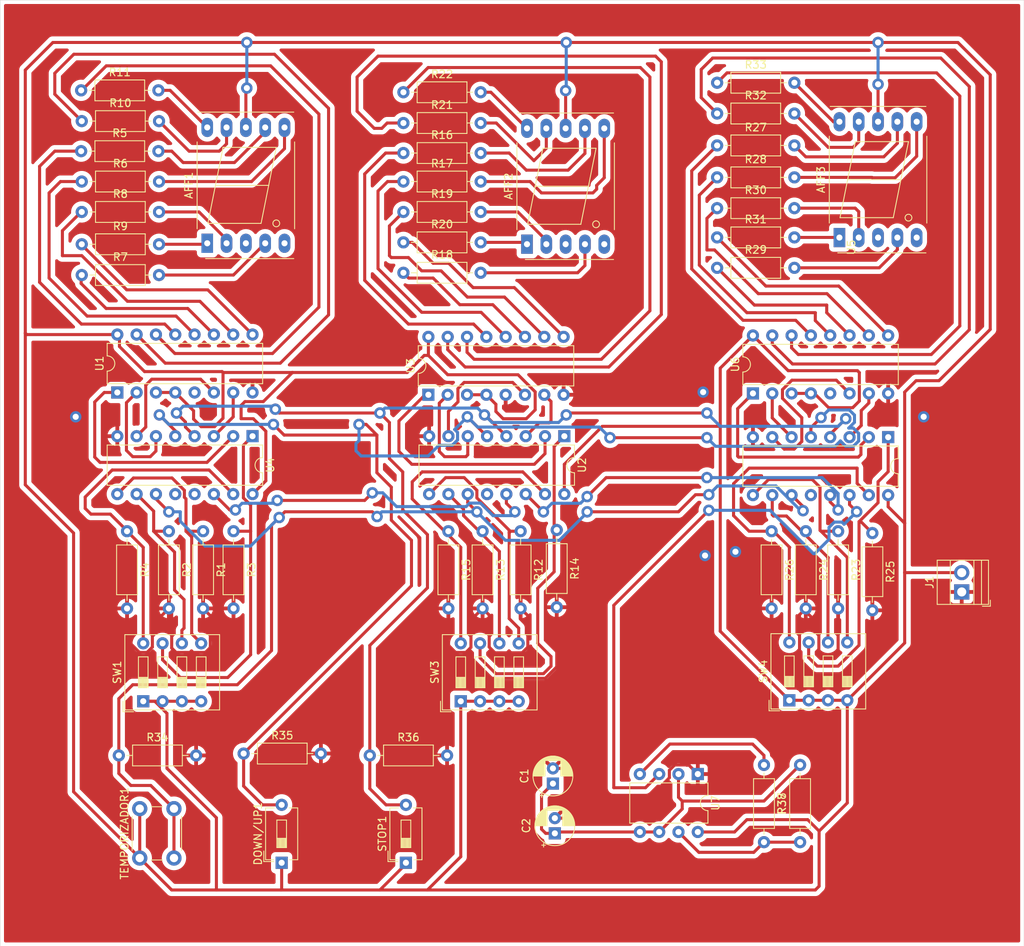
<source format=kicad_pcb>
(kicad_pcb (version 20240108) (generator "pcbnew") (generator_version "8.0")
  (layers (0 "F.Cu" signal) (31 "B.Cu" signal) (34 "B.Paste" user) (35 "F.Paste" user) (36 "B.SilkS" user "B.Silkscreen") (37 "F.SilkS" user "F.Silkscreen") (38 "B.Mask" user) (39 "F.Mask" user) (44 "Edge.Cuts" user))
  (net 0 "")
  (net 1 "Net-(AFF1-f)")
  (net 2 "Net-(AFF1-b)")
  (net 3 "Net-(AFF1-a)")
  (net 5 "Net-(AFF1-g)")
  (net 6 "Vcc")
  (net 8 "Net-(AFF1-e)")
  (net 9 "Net-(AFF1-d)")
  (net 10 "Net-(AFF1-c)")
  (net 11 "Net-(AFF2-c)")
  (net 12 "Net-(AFF2-b)")
  (net 13 "Net-(AFF2-f)")
  (net 15 "Net-(AFF2-a)")
  (net 16 "Net-(AFF2-g)")
  (net 17 "Net-(AFF2-d)")
  (net 18 "Net-(AFF2-e)")
  (net 21 "Net-(AFF3-b)")
  (net 23 "Net-(AFF3-g)")
  (net 24 "Net-(AFF3-e)")
  (net 25 "Net-(AFF3-a)")
  (net 26 "Net-(AFF3-f)")
  (net 27 "Net-(AFF3-d)")
  (net 28 "Net-(AFF3-c)")
  (net 29 "Net-(U7-CV)")
  (net 30 "GND")
  (net 31 "TEMP{slash}CRONO")
  (net 32 "Net-(U4-P3)")
  (net 33 "Net-(U4-P2)")
  (net 34 "Net-(U1-a)")
  (net 35 "Net-(U4-P1)")
  (net 36 "Net-(U4-P0)")
  (net 37 "Net-(U1-b)")
  (net 38 "Net-(U1-c)")
  (net 39 "Net-(U1-d)")
  (net 40 "Net-(U1-e)")
  (net 41 "Net-(U1-f)")
  (net 42 "Net-(U1-g)")
  (net 43 "Net-(U2-P3)")
  (net 44 "Net-(U2-P2)")
  (net 45 "Net-(U2-P1)")
  (net 46 "Net-(U2-P0)")
  (net 47 "Net-(U3-a)")
  (net 48 "Net-(U3-b)")
  (net 49 "Net-(U3-c)")
  (net 50 "Net-(U3-d)")
  (net 51 "Net-(U3-e)")
  (net 52 "Net-(U3-f)")
  (net 53 "Net-(U3-g)")
  (net 54 "Net-(U5-P3)")
  (net 55 "Net-(U5-P2)")
  (net 56 "Net-(U5-P1)")
  (net 57 "Net-(U5-P0)")
  (net 58 "Net-(U6-a)")
  (net 59 "Net-(U6-b)")
  (net 60 "Net-(U6-c)")
  (net 61 "Net-(U6-d)")
  (net 62 "Net-(U6-e)")
  (net 63 "Net-(U6-f)")
  (net 64 "Net-(U6-g)")
  (net 65 "TIME")
  (net 66 "PAUSA")
  (net 67 "Net-(U7-DIS)")
  (net 68 "Net-(U7-R)")
  (net 69 "Net-(U1-C)")
  (net 70 "Net-(U1-A)")
  (net 71 "Net-(U1-D)")
  (net 72 "Net-(U1-B)")
  (net 73 "Net-(U2-Cp)")
  (net 74 "Net-(U2-Rc)")
  (net 75 "Net-(U2-Q0)")
  (net 77 "Net-(U2-Q2)")
  (net 78 "Net-(U2-Q3)")
  (net 79 "Net-(U2-Q1)")
  (net 82 "Net-(U5-Q1)")
  (net 83 "Net-(U5-Q2)")
  (net 84 "Net-(U5-Q3)")
  (net 85 "Net-(U5-Q0)")
  (net 86 "CLK")
  (footprint "Package_DIP:DIP-16_W7.62mm" (layer "F.Cu") (at 117 85.3 -90)
    (property "Reference" "U4")
    (property "Value" "74LS190")
  )
  (footprint "Button_Switch_THT:SW_DIP_SPSTx04_Slide_9.78x12.34mm_W7.62mm_P2.54mm" (layer "F.Cu") (at 144.38 120.17 90)
    (property "Reference" "SW3")
    (property "Value" "SW_DIP_x04")
  )
  (footprint "Resistor_THT:R_Axial_DIN0207_L6.3mm_D2.5mm_P10.16mm_Horizontal" (layer "F.Cu") (at 184.25 128.55 -90)
    (property "Reference" "R38")
    (property "Value" "36k")
  )
  (footprint "Resistor_THT:R_Axial_DIN0207_L6.3mm_D2.5mm_P10.16mm_Horizontal" (layer "F.Cu") (at 189.75 97.8 -90)
    (property "Reference" "R24")
    (property "Value" "R")
  )
  (footprint "Resistor_THT:R_Axial_DIN0207_L6.3mm_D2.5mm_P10.16mm_Horizontal" (layer "F.Cu") (at 94.465 39.8)
    (property "Reference" "R11")
    (property "Value" "R")
  )
  (footprint "Button_Switch_THT:SW_DIP_SPSTx01_Slide_6.7x4.1mm_W7.62mm_P2.54mm_LowProfile" (layer "F.Cu") (at 120.83 141.42 90)
    (property "Reference" "DOWN/UP1")
    (property "Value" "~")
  )
  (footprint "Resistor_THT:R_Axial_DIN0207_L6.3mm_D2.5mm_P10.16mm_Horizontal" (layer "F.Cu") (at 94.545 64.1)
    (property "Reference" "R7")
    (property "Value" "R")
  )
  (footprint "Package_DIP:DIP-16_W7.62mm" (layer "F.Cu") (at 158 85.3 -90)
    (property "Reference" "U2")
    (property "Value" "74LS190")
  )
  (footprint "Display_7Segment:7SegmentLED_LTS6760_LTS6780" (layer "F.Cu") (at 153.09 60.04 90)
    (property "Reference" "AFF2")
    (property "Value" "LTS-6960HR")
  )
  (footprint "TerminalBlock:TerminalBlock_Xinya_XY308-2.54-2P_1x02_P2.54mm_Horizontal" (layer "F.Cu") (at 210.25 105.79 90)
    (property "Reference" "J1")
    (property "Value" "Screw_Terminal_01x02")
  )
  (footprint "Resistor_THT:R_Axial_DIN0207_L6.3mm_D2.5mm_P10.16mm_Horizontal" (layer "F.Cu") (at 178.09 63.15)
    (property "Reference" "R29")
    (property "Value" "R")
  )
  (footprint "Button_Switch_THT:SW_PUSH_6mm" (layer "F.Cu") (at 102.17 140.8 90)
    (property "Reference" "TEMPORIZADOR1")
    (property "Value" "SW_Push")
  )
  (footprint "Resistor_THT:R_Axial_DIN0207_L6.3mm_D2.5mm_P10.16mm_Horizontal" (layer "F.Cu") (at 115.83 127.05)
    (property "Reference" "R35")
    (property "Value" "R")
  )
  (footprint "Resistor_THT:R_Axial_DIN0207_L6.3mm_D2.5mm_P10.16mm_Horizontal" (layer "F.Cu") (at 94.465 47.8)
    (property "Reference" "R5")
    (property "Value" "r=R")
  )
  (footprint "Resistor_THT:R_Axial_DIN0207_L6.3mm_D2.5mm_P10.16mm_Horizontal" (layer "F.Cu") (at 178.09 42.85)
    (property "Reference" "R32")
    (property "Value" "R")
  )
  (footprint "Resistor_THT:R_Axial_DIN0207_L6.3mm_D2.5mm_P10.16mm_Horizontal" (layer "F.Cu") (at 178.09 38.8)
    (property "Reference" "R33")
    (property "Value" "R")
  )
  (footprint "Resistor_THT:R_Axial_DIN0207_L6.3mm_D2.5mm_P10.16mm_Horizontal" (layer "F.Cu") (at 94.545 51.8)
    (property "Reference" "R6")
    (property "Value" "R")
  )
  (footprint "Resistor_THT:R_Axial_DIN0207_L6.3mm_D2.5mm_P10.16mm_Horizontal" (layer "F.Cu") (at 100.5 97.8 -90)
    (property "Reference" "R4")
    (property "Value" "R")
  )
  (footprint "Resistor_THT:R_Axial_DIN0207_L6.3mm_D2.5mm_P10.16mm_Horizontal" (layer "F.Cu") (at 178.09 51.25)
    (property "Reference" "R28")
    (property "Value" "R")
  )
  (footprint "Resistor_THT:R_Axial_DIN0207_L6.3mm_D2.5mm_P10.16mm_Horizontal" (layer "F.Cu") (at 136.84 63.8)
    (property "Reference" "R18")
    (property "Value" "R")
  )
  (footprint "Button_Switch_THT:SW_DIP_SPSTx01_Slide_6.7x4.1mm_W7.62mm_P2.54mm_LowProfile" (layer "F.Cu") (at 137.17 141.42 90)
    (property "Reference" "STOP1")
    (property "Value" "~")
  )
  (footprint "Button_Switch_THT:SW_DIP_SPSTx04_Slide_9.78x12.34mm_W7.62mm_P2.54mm" (layer "F.Cu") (at 187.585 120.045 90)
    (property "Reference" "SW4")
    (property "Value" "SW_DIP_x04")
  )
  (footprint "Resistor_THT:R_Axial_DIN0207_L6.3mm_D2.5mm_P10.16mm_Horizontal" (layer "F.Cu") (at 198.5 98.05 -90)
    (property "Reference" "R25")
    (property "Value" "R")
  )
  (footprint "Resistor_THT:R_Axial_DIN0207_L6.3mm_D2.5mm_P10.16mm_Horizontal" (layer "F.Cu") (at 106 97.8 -90)
    (property "Reference" "R2")
    (property "Value" "R")
  )
  (footprint "Resistor_THT:R_Axial_DIN0207_L6.3mm_D2.5mm_P10.16mm_Horizontal" (layer "F.Cu") (at 94.545 55.8)
    (property "Reference" "R8")
    (property "Value" "R")
  )
  (footprint "Resistor_THT:R_Axial_DIN0207_L6.3mm_D2.5mm_P10.16mm_Horizontal" (layer "F.Cu") (at 194 97.8 -90)
    (property "Reference" "R23")
    (property "Value" "R")
  )
  (footprint "Resistor_THT:R_Axial_DIN0207_L6.3mm_D2.5mm_P10.16mm_Horizontal" (layer "F.Cu") (at 157 97.64 -90)
    (property "Reference" "R14")
    (property "Value" "R")
  )
  (footprint "Resistor_THT:R_Axial_DIN0207_L6.3mm_D2.5mm_P10.16mm_Horizontal" (layer "F.Cu") (at 136.84 44.1)
    (property "Reference" "R21")
    (property "Value" "R")
  )
  (footprint "Resistor_THT:R_Axial_DIN0207_L6.3mm_D2.5mm_P10.16mm_Horizontal" (layer "F.Cu") (at 136.84 59.8)
    (property "Reference" "R20")
    (property "Value" "R")
  )
  (footprint "Display_7Segment:7SegmentLED_LTS6760_LTS6780" (layer "F.Cu") (at 111.045 59.92 90)
    (property "Reference" "AFF1")
    (property "Value" "LTS-6960HR")
  )
  (footprint "Resistor_THT:R_Axial_DIN0207_L6.3mm_D2.5mm_P10.16mm_Horizontal" (layer "F.Cu") (at 110.5 97.8 -90)
    (property "Reference" "R1")
    (property "Value" "R")
  )
  (footprint "Resistor_THT:R_Axial_DIN0207_L6.3mm_D2.5mm_P10.16mm_Horizontal" (layer "F.Cu") (at 94.545 60.05)
    (property "Reference" "R9")
    (property "Value" "R")
  )
  (footprint "Resistor_THT:R_Axial_DIN0207_L6.3mm_D2.5mm_P10.16mm_Horizontal" (layer "F.Cu") (at 94.545 43.85)
    (property "Reference" "R10")
    (property "Value" "R")
  )
  (footprint "Capacitor_THT:CP_Radial_D5.0mm_P2.00mm" (layer "F.Cu") (at 156.75 137.55 90)
    (property "Reference" "C2")
    (property "Value" "3.3uF")
  )
  (footprint "Resistor_THT:R_Axial_DIN0207_L6.3mm_D2.5mm_P10.16mm_Horizontal" (layer "F.Cu") (at 178.09 59.15)
    (property "Reference" "R31")
    (property "Value" "R")
  )
  (footprint "Package_DIP:DIP-16_W7.62mm" (layer "F.Cu") (at 200.58 85.43 -90)
    (property "Reference" "U5")
    (property "Value" "74LS190")
  )
  (footprint "Resistor_THT:R_Axial_DIN0207_L6.3mm_D2.5mm_P10.16mm_Horizontal" (layer "F.Cu") (at 147.25 97.8 -90)
    (property "Reference" "R13")
    (property "Value" "R")
  )
  (footprint "Resistor_THT:R_Axial_DIN0207_L6.3mm_D2.5mm_P10.16mm_Horizontal" (layer "F.Cu") (at 178.09 47.05)
    (property "Reference" "R27")
    (property "Value" "R")
  )
  (footprint "Package_DIP:DIP-16_W7.62mm" (layer "F.Cu") (at 140.125 79.85 90)
    (property "Reference" "U3")
    (property "Value" "74LS47")
  )
  (footprint "Resistor_THT:R_Axial_DIN0207_L6.3mm_D2.5mm_P10.16mm_Horizontal" (layer "F.Cu") (at 99.42 127.3)
    (property "Reference" "R34")
    (property "Value" "R")
  )
  (footprint "Display_7Segment:7SegmentLED_LTS6760_LTS6780" (layer "F.Cu") (at 194.17 59.17 90)
    (property "Reference" "AFF3")
    (property "Value" "LTS-6960HR")
  )
  (footprint "Resistor_THT:R_Axial_DIN0207_L6.3mm_D2.5mm_P10.16mm_Horizontal" (layer "F.Cu") (at 142.75 97.8 -90)
    (property "Reference" "R15")
    (property "Value" "R")
  )
  (footprint "Package_DIP:DIP-16_W7.62mm" (layer "F.Cu") (at 99.22 79.55 90)
    (property "Reference" "U1")
    (property "Value" "74LS47")
  )
  (footprint "Resistor_THT:R_Axial_DIN0207_L6.3mm_D2.5mm_P10.16mm_Horizontal" (layer "F.Cu") (at 189 138.71 90)
    (property "Reference" "R37")
    (property "Value" "200k")
  )
  (footprint "Resistor_THT:R_Axial_DIN0207_L6.3mm_D2.5mm_P10.16mm_Horizontal" (layer "F.Cu") (at 152.25 97.8 -90)
    (property "Reference" "R12")
    (property "Value" "R")
  )
  (footprint "Capacitor_THT:CP_Radial_D5.0mm_P2.00mm" (layer "F.Cu") (at 156.5 131.005113 90)
    (property "Reference" "C1")
    (property "Value" "1uF")
  )
  (footprint "Button_Switch_THT:SW_DIP_SPSTx04_Slide_9.78x12.34mm_W7.62mm_P2.54mm" (layer "F.Cu") (at 102.63 120.17 90)
    (property "Reference" "SW1")
    (property "Value" "SW_DIP_x04")
  )
  (footprint "Resistor_THT:R_Axial_DIN0207_L6.3mm_D2.5mm_P10.16mm_Horizontal" (layer "F.Cu") (at 178.09 55.3)
    (property "Reference" "R30")
    (property "Value" "R")
  )
  (footprint "Resistor_THT:R_Axial_DIN0207_L6.3mm_D2.5mm_P10.16mm_Horizontal" (layer "F.Cu") (at 136.84 48.05)
    (property "Reference" "R16")
    (property "Value" "R")
  )
  (footprint "Resistor_THT:R_Axial_DIN0207_L6.3mm_D2.5mm_P10.16mm_Horizontal" (layer "F.Cu") (at 136.84 55.8)
    (property "Reference" "R19")
    (property "Value" "R")
  )
  (footprint "Resistor_THT:R_Axial_DIN0207_L6.3mm_D2.5mm_P10.16mm_Horizontal" (layer "F.Cu") (at 114.5 97.8 -90)
    (property "Reference" "R3")
    (property "Value" "R")
  )
  (footprint "Resistor_THT:R_Axial_DIN0207_L6.3mm_D2.5mm_P10.16mm_Horizontal" (layer "F.Cu") (at 136.84 51.8)
    (property "Reference" "R17")
    (property "Value" "R")
  )
  (footprint "Resistor_THT:R_Axial_DIN0207_L6.3mm_D2.5mm_P10.16mm_Horizontal" (layer "F.Cu") (at 136.84 40.05)
    (property "Reference" "R22")
    (property "Value" "R")
  )
  (footprint "Package_DIP:DIP-16_W7.62mm" (layer "F.Cu") (at 182.8 79.67 90)
    (property "Reference" "U6")
    (property "Value" "74LS47")
  )
  (footprint "Resistor_THT:R_Axial_DIN0207_L6.3mm_D2.5mm_P10.16mm_Horizontal" (layer "F.Cu") (at 132.42 127.3)
    (property "Reference" "R36")
    (property "Value" "R")
  )
  (footprint "Resistor_THT:R_Axial_DIN0207_L6.3mm_D2.5mm_P10.16mm_Horizontal" (layer "F.Cu") (at 185.25 97.8 -90)
    (property "Reference" "R26")
    (property "Value" "R")
  )
  (footprint "Package_DIP:DIP-8_W7.62mm" (layer "F.Cu") (at 175.55 129.75 -90)
    (property "Reference" "U7")
    (property "Value" "LM555xN")
  )
  (gr_line (start 218.44 152.4) (end 83.82 152.4) (stroke (width 0.05)) (layer "Edge.Cuts"))
  (gr_line (start 83.82 27.94) (end 218.44 27.94) (stroke (width 0.05)) (layer "Edge.Cuts"))
  (gr_line (start 218.44 27.94) (end 218.44 152.4) (stroke (width 0.05)) (layer "Edge.Cuts"))
  (gr_line (start 83.82 152.4) (end 83.82 27.94) (stroke (width 0.05)) (layer "Edge.Cuts"))
  (segment (start 108.655 47.8) (end 112.625 47.8) (width 0.4) (layer "F.Cu") (net 1))
  (segment (start 104.705 43.85) (end 108.655 47.8) (width 0.4) (layer "F.Cu") (net 1))
  (segment (start 113.585 46.84) (end 113.585 44.68) (width 0.4) (layer "F.Cu") (net 1))
  (segment (start 112.625 47.8) (end 113.585 46.84) (width 0.4) (layer "F.Cu") (net 1))
  (segment (start 116.875 51.8) (end 121.205 47.47) (width 0.4) (layer "F.Cu") (net 2))
  (segment (start 121.205 47.47) (end 121.205 44.68) (width 0.4) (layer "F.Cu") (net 2))
  (segment (start 104.625 51.8) (end 116.875 51.8) (width 0.4) (layer "F.Cu") (net 2))
  (segment (start 118.665 45.26) (end 118.665 44.68) (width 0.4) (layer "F.Cu") (net 3))
  (segment (start 107.875 49.3) (end 114.625 49.3) (width 0.4) (layer "F.Cu") (net 3))
  (segment (start 114.625 49.3) (end 118.665 45.26) (width 0.4) (layer "F.Cu") (net 3))
  (segment (start 104.705 47.8) (end 106.375 47.8) (width 0.4) (layer "F.Cu") (net 3))
  (segment (start 106.375 47.8) (end 107.875 49.3) (width 0.4) (layer "F.Cu") (net 3))
  (segment (start 106.165 39.8) (end 111.045 44.68) (width 0.4) (layer "F.Cu") (net 5))
  (segment (start 104.705 39.8) (end 106.165 39.8) (width 0.4) (layer "F.Cu") (net 5))
  (segment (start 120.75 145) (end 133.75 145) (width 0.4) (layer "F.Cu") (net 6))
  (segment (start 187.585 120.045) (end 190.125 120.045) (width 0.4) (layer "F.Cu") (net 6))
  (segment (start 199.25 43.93) (end 199.25 39) (width 0.4) (layer "F.Cu") (net 6))
  (segment (start 102.17 140.8) (end 106.37 145) (width 0.4) (layer "F.Cu") (net 6))
  (segment (start 191.5 137.25) (end 191.5 144.5) (width 0.4) (layer "F.Cu") (net 6))
  (segment (start 120.83 141.42) (end 120.83 144.92) (width 0.4) (layer "F.Cu") (net 6))
  (segment (start 151.916 77.216) (end 142.666 77.216) (width 0.4) (layer "F.Cu") (net 6))
  (segment (start 149 81.105) (end 149 82.05) (width 0.4) (layer "F.Cu") (net 6))
  (segment (start 178.5 84) (end 178.5 110.96) (width 0.4) (layer "F.Cu") (net 6))
  (segment (start 200.58 94.58) (end 200.58 93.05) (width 0.4) (layer "F.Cu") (net 6))
  (segment (start 214 71.25) (end 214 37.75) (width 0.4) (layer "F.Cu") (net 6))
  (segment (start 190.87 79.67) (end 192.75 81.55) (width 0.4) (layer "F.Cu") (net 6))
  (segment (start 139.575 74.675) (end 137.33 76.92) (width 0.4) (layer "F.Cu") (net 6))
  (segment (start 142.666 77.216) (end 140.125 74.675) (width 0.4) (layer "F.Cu") (net 6))
  (segment (start 120.83 144.92) (end 120.75 145) (width 0.4) (layer "F.Cu") (net 6))
  (segment (start 116.125 39.625) (end 116.25 39.5) (width 0.4) (layer "F.Cu") (net 6))
  (segment (start 153 83) (end 154.165 81.835) (width 0.4) (layer "F.Cu") (net 6))
  (segment (start 137.33 76.92) (end 122.25 76.92) (width 0.4) (layer "F.Cu") (net 6))
  (segment (start 122.25 76.92) (end 113.12 76.92) (width 0.4) (layer "F.Cu") (net 6))
  (segment (start 105.75 129) (end 112.25 135.5) (width 0.4) (layer "F.Cu") (net 6))
  (segment (start 196.54 76.68) (end 187.43 76.68) (width 0.4) (layer "F.Cu") (net 6))
  (segment (start 191.5 144.5) (end 191 145) (width 0.4) (layer "F.Cu") (net 6))
  (segment (start 140.125 74.675) (end 140.125 72.23) (width 0.4) (layer "F.Cu") (net 6))
  (segment (start 149 82.05) (end 149.95 83) (width 0.4) (layer "F.Cu") (net 6))
  (segment (start 109.25 81.96) (end 109.25 83.05) (width 0.4) (layer "F.Cu") (net 6))
  (segment (start 102.63 120.17) (end 105.17 120.17) (width 0.4) (layer "F.Cu") (net 6))
  (segment (start 144.38 120.17) (end 144.38 140.62) (width 0.4) (layer "F.Cu") (net 6))
  (segment (start 137.17 141.58) (end 137.17 141.42) (width 0.4) (layer "F.Cu") (net 6))
  (segment (start 187.43 76.68) (end 182.8 72.05) (width 0.4) (layer "F.Cu") (net 6))
  (segment (start 149.95 83) (end 153 83) (width 0.4) (layer "F.Cu") (net 6))
  (segment (start 175.55 137.37) (end 180.38 137.37) (width 0.4) (layer "F.Cu") (net 6))
  (segment (start 99.5 73.5) (end 99.5 72.21) (width 0.4) (layer "F.Cu") (net 6))
  (segment (start 90.75 33.5) (end 87.122 37.128) (width 0.4) (layer "F.Cu") (net 6))
  (segment (start 202.75 79.5) (end 204.25 78) (width 0.4) (layer "F.Cu") (net 6))
  (segment (start 109.25 83.05) (end 110.25 84.05) (width 0.4) (layer "F.Cu") (net 6))
  (segment (start 102.8 76.8) (end 99.5 73.5) (width 0.4) (layer "F.Cu") (net 6))
  (segment (start 140 145) (end 133.75 145) (width 0.4) (layer "F.Cu") (net 6))
  (segment (start 87.122 37.128) (end 87.122 71.75) (width 0.4) (layer "F.Cu") (net 6))
  (segment (start 199.25 33.5) (end 90.75 33.5) (width 0.4) (layer "F.Cu") (net 6))
  (segment (start 191.5 137.25) (end 195.205 133.545) (width 0.4) (layer "F.Cu") (net 6))
  (segment (start 214 37.75) (end 209.75 33.5) (width 0.4) (layer "F.Cu") (net 6))
  (segment (start 192.665 120.045) (end 195.205 120.045) (width 0.4) (layer "F.Cu") (net 6))
  (segment (start 182 135.75) (end 190 135.75) (width 0.4) (layer "F.Cu") (net 6))
  (segment (start 87.302 71.93) (end 87.122 71.75) (width 0.4) (layer "F.Cu") (net 6))
  (segment (start 192.75 81.55) (end 195.92 81.55) (width 0.4) (layer "F.Cu") (net 6))
  (segment (start 196.79 80.68) (end 196.79 76.93) (width 0.4) (layer "F.Cu") (net 6))
  (segment (start 178.5 76.35) (end 178.5 84) (width 0.4) (layer "F.Cu") (net 6))
  (segment (start 87.122 71.75) (end 87.122 91.694) (width 0.4) (layer "F.Cu") (net 6))
  (segment (start 107.71 120.17) (end 105.17 120.17) (width 0.4) (layer "F.Cu") (net 6))
  (segment (start 133.75 145) (end 137.17 141.58) (width 0.4) (layer "F.Cu") (net 6))
  (segment (start 149.46 120.17) (end 152 120.17) (width 0.4) (layer "F.Cu") (net 6))
  (segment (start 195.205 133.545) (end 195.205 120.045) (width 0.4) (layer "F.Cu") (net 6))
  (segment (start 192.665 120.045) (end 190.125 120.045) (width 0.4) (layer "F.Cu") (net 6))
  (segment (start 158 92.92) (end 158 89) (width 0.4) (layer "F.Cu") (net 6))
  (segment (start 202.75 103.25) (end 202.75 96.75) (width 0.4) (layer "F.Cu") (net 6))
  (segment (start 118.75 84.65) (end 117.1 83) (width 0.4) (layer "F.Cu") (net 6))
  (segment (start 202.75 96.75) (end 202.75 79.5) (width 0.4) (layer "F.Cu") (net 6))
  (segment (start 104.147057 120.17) (end 105.75 121.772943) (width 0.4) (layer "F.Cu") (net 6))
  (segment (start 118.75 91.17) (end 118.75 84.65) (width 0.4) (layer "F.Cu") (net 6))
  (segment (start 116.125 44.68) (end 116.125 39.625) (width 0.4) (layer "F.Cu") (net 6))
  (segment (start 116 80.75) (end 118.42 80.75) (width 0.4) (layer "F.Cu") (net 6))
  (segment (start 113 76.8) (end 102.8 76.8) (width 0.4) (layer "F.Cu") (net 6))
  (segment (start 115.5 83) (end 115.5 81.25) (width 0.4) (layer "F.Cu") (net 6))
  (segment (start 105.75 121.772943) (end 105.75 129) (width 0.4) (layer "F.Cu") (net 6))
  (segment (start 158 89) (end 163 84) (width 0.4) (layer "F.Cu") (net 6))
  (segment (start 140.125 74.675) (end 139.575 74.675) (width 0.4) (layer "F.Cu") (net 6))
  (segment (start 204.25 78) (end 207.25 78) (width 0.4) (layer "F.Cu") (net 6))
  (segment (start 112.25 135.5) (end 112.25 145) (width 0.4) (layer "F.Cu") (net 6))
  (segment (start 110.25 120.17) (end 107.71 120.17) (width 0.4) (layer "F.Cu") (net 6))
  (segment (start 187.88 79.67) (end 190.42 79.67) (width 0.4) (layer "F.Cu") (net 6))
  (segment (start 147.745 79.85) (end 149 81.105) (width 0.4) (layer "F.Cu") (net 6))
  (segment (start 112.25 145) (end 120.75 145) (width 0.4) (layer "F.Cu") (net 6))
  (segment (start 145.205 79.85) (end 147.745 79.85) (width 0.4) (layer "F.Cu") (net 6))
  (segment (start 99.5 72.21) (end 99.22 71.93) (width 0.4) (layer "F.Cu") (net 6))
  (segment (start 87.122 91.694) (end 93.472 98.044) (width 0.4) (layer "F.Cu") (net 6))
  (segment (start 117 92.92) (end 118.75 91.17) (width 0.4) (layer "F.Cu") (net 6))
  (segment (start 180.38 137.37) (end 182 135.75) (width 0.4) (layer "F.Cu") (net 6))
  (segment (start 93.472 98.044) (end 93.472 132.08) (width 0.4) (layer "F.Cu") (net 6))
  (segment (start 196.79 76.93) (end 196.54 76.68) (width 0.4) (layer "F.Cu") (net 6))
  (segment (start 158.17 44.8) (end 158.17 39.83) (width 0.4) (layer "F.Cu") (net 6))
  (segment (start 182.8 72.05) (end 178.5 76.35) (width 0.4) (layer "F.Cu") (net 6))
  (segment (start 191 145) (end 140 145) (width 0.4) (layer "F.Cu") (net 6))
  (segment (start 149.46 120.17) (end 146.92 120.17) (width 0.4) (layer "F.Cu") (net 6))
  (segment (start 99.22 71.93) (end 87.302 71.93) (width 0.4) (layer "F.Cu") (net 6))
  (segment (start 106.37 145) (end 112.25 145) (width 0.4) (layer "F.Cu") (net 6))
  (segment (start 202.75 112.5) (end 202.75 103.25) (width 0.4) (layer "F.Cu") (net 6))
  (segment (start 93.472 132.08) (end 102.17 140.778) (width 0.4) (layer "F.Cu") (net 6))
  (segment (start 190 135.75) (end 191.5 137.25) (width 0.4) (layer "F.Cu") (net 6))
  (segment (start 209.75 33.5) (end 199.25 33.5) (width 0.4) (layer "F.Cu") (net 6))
  (segment (start 195.205 120.045) (end 202.75 112.5) (width 0.4) (layer "F.Cu") (net 6))
  (segment (start 163 84) (end 178.5 84) (width 0.4) (layer "F.Cu") (net 6))
  (segment (start 118.42 80.75) (end 122.25 76.92) (width 0.4) (layer "F.Cu") (net 6))
  (segment (start 112 84.05) (end 113.12 82.93) (width 0.4) (layer "F.Cu") (net 6))
  (segment (start 104.3 79.55) (end 106.84 79.55) (width 0.4) (layer "F.Cu") (net 6))
  (segment (start 115.5 81.25) (end 116 80.75) (width 0.4) (layer "F.Cu") (net 6))
  (segment (start 106.84 79.55) (end 109.25 81.96) (width 0.4) (layer "F.Cu") (net 6))
  (segment (start 113.12 82.93) (end 113.12 76.92) (width 0.4) (layer "F.Cu") (net 6))
  (segment (start 102.63 120.17) (end 104.147057 120.17) (width 0.4) (layer "F.Cu") (net 6))
  (segment (start 117.1 83) (end 115.5 83) (width 0.4) (layer "F.Cu") (net 6))
  (segment (start 178.5 110.96) (end 187.585 120.045) (width 0.4) (layer "F.Cu") (net 6))
  (segment (start 207.25 78) (end 214 71.25) (width 0.4) (layer "F.Cu") (net 6))
  (segment (start 190.42 79.67) (end 190.87 79.67) (width 0.4) (layer "F.Cu") (net 6))
  (segment (start 102.17 140.778) (end 102.17 140.8) (width 0.4) (layer "F.Cu") (net 6))
  (segment (start 210.25 103.25) (end 202.75 103.25) (width 0.4) (layer "F.Cu") (net 6))
  (segment (start 154.165 81.835) (end 154.165 79.465) (width 0.4) (layer "F.Cu") (net 6))
  (segment (start 144.38 120.17) (end 146.92 120.17) (width 0.4) (layer "F.Cu") (net 6))
  (segment (start 195.92 81.55) (end 196.79 80.68) (width 0.4) (layer "F.Cu") (net 6))
  (segment (start 144.38 140.62) (end 140 145) (width 0.4) (layer "F.Cu") (net 6))
  (segment (start 154.165 79.465) (end 151.916 77.216) (width 0.4) (layer "F.Cu") (net 6))
  (segment (start 158.25 39.75) (end 158.17 39.83) (width 0.4) (layer "F.Cu") (net 6))
  (segment (start 202.75 96.75) (end 200.58 94.58) (width 0.4) (layer "F.Cu") (net 6))
  (segment (start 113.12 76.92) (end 113 76.8) (width 0.4) (layer "F.Cu") (net 6))
  (segment (start 102.17 134.3) (end 102.17 140.8) (width 0.4) (layer "F.Cu") (net 6))
  (segment (start 110.25 84.05) (end 112 84.05) (width 0.4) (layer "F.Cu") (net 6))
  (via (at 158.25 33.5) (size 1.5) (drill 0.8) (layers "F.Cu" "B.Cu") (net 6))
  (via (at 158.17 39.83) (size 1.5) (drill 0.8) (layers "F.Cu" "B.Cu") (net 6))
  (via (at 199.25 33.5) (size 1.5) (drill 0.8) (layers "F.Cu" "B.Cu") (net 6))
  (via (at 116.25 33.5) (size 1.5) (drill 0.8) (layers "F.Cu" "B.Cu") (net 6))
  (via (at 116.25 39.5) (size 1.5) (drill 0.8) (layers "F.Cu" "B.Cu") (net 6))
  (via (at 199.25 39) (size 1.5) (drill 0.8) (layers "F.Cu" "B.Cu") (net 6))
  (segment (start 116.25 39.5) (end 116.25 33.5) (width 0.4) (layer "B.Cu") (net 6))
  (segment (start 199.25 39) (end 199.25 33.5) (width 0.4) (layer "B.Cu") (net 6))
  (segment (start 158.25 33.5) (end 158.25 39.75) (width 0.4) (layer "B.Cu") (net 6))
  (segment (start 158.25 39.75) (end 158.17 39.83) (width 0.4) (layer "B.Cu") (net 6))
  (segment (start 104.625 60.05) (end 110.915 60.05) (width 0.4) (layer "F.Cu") (net 8))
  (segment (start 110.915 60.05) (end 111.045 59.92) (width 0.4) (layer "F.Cu") (net 8))
  (segment (start 109.965 55.8) (end 113.585 59.42) (width 0.4) (layer "F.Cu") (net 9))
  (segment (start 113.585 59.42) (end 113.585 59.92) (width 0.4) (layer "F.Cu") (net 9))
  (segment (start 104.625 55.8) (end 109.965 55.8) (width 0.4) (layer "F.Cu") (net 9))
  (segment (start 114.485 64.1) (end 118.665 59.92) (width 0.4) (layer "F.Cu") (net 10))
  (segment (start 104.625 64.1) (end 114.485 64.1) (width 0.4) (layer "F.Cu") (net 10))
  (segment (start 147 63.8) (end 159.75 63.8) (width 0.4) (layer "F.Cu") (net 11))
  (segment (start 159.75 63.8) (end 160.71 62.84) (width 0.4) (layer "F.Cu") (net 11))
  (segment (start 160.71 62.84) (end 160.71 60.04) (width 0.4) (layer "F.Cu") (net 11))
  (segment (start 155 53.3) (end 161.75 53.3) (width 0.4) (layer "F.Cu") (net 12))
  (segment (start 163.25 51.3) (end 163.25 44.8) (width 0.4) (layer "F.Cu") (net 12))
  (segment (start 161.75 53.3) (end 162.25 52.8) (width 0.4) (layer "F.Cu") (net 12))
  (segment (start 147 51.8) (end 153.5 51.8) (width 0.4) (layer "F.Cu") (net 12))
  (segment (start 162.25 52.3) (end 163.25 51.3) (width 0.4) (layer "F.Cu") (net 12))
  (segment (start 153.5 51.8) (end 155 53.3) (width 0.4) (layer "F.Cu") (net 12))
  (segment (start 162.25 52.8) (end 162.25 52.3) (width 0.4) (layer "F.Cu") (net 12))
  (segment (start 147 44.1) (end 149.05 44.1) (width 0.4) (layer "F.Cu") (net 13))
  (segment (start 154 49.05) (end 155.63 47.42) (width 0.4) (layer "F.Cu") (net 13))
  (segment (start 149.05 44.1) (end 154 49.05) (width 0.4) (layer "F.Cu") (net 13))
  (segment (start 155.63 47.42) (end 155.63 44.8) (width 0.4) (layer "F.Cu") (net 13))
  (segment (start 153 50.3) (end 158.5 50.3) (width 0.4) (layer "F.Cu") (net 15))
  (segment (start 147 48.05) (end 150.75 48.05) (width 0.4) (layer "F.Cu") (net 15))
  (segment (start 160.71 48.09) (end 160.71 44.8) (width 0.4) (layer "F.Cu") (net 15))
  (segment (start 158.5 50.3) (end 160.71 48.09) (width 0.4) (layer "F.Cu") (net 15))
  (segment (start 150.75 48.05) (end 153 50.3) (width 0.4) (layer "F.Cu") (net 15))
  (segment (start 147 40.05) (end 148.34 40.05) (width 0.4) (layer "F.Cu") (net 16))
  (segment (start 148.34 40.05) (end 153.09 44.8) (width 0.4) (layer "F.Cu") (net 16))
  (segment (start 147 55.8) (end 151.89 55.8) (width 0.4) (layer "F.Cu") (net 17))
  (segment (start 151.89 55.8) (end 155.63 59.54) (width 0.4) (layer "F.Cu") (net 17))
  (segment (start 155.63 59.54) (end 155.63 60.04) (width 0.4) (layer "F.Cu") (net 17))
  (segment (start 152.85 59.8) (end 153.09 60.04) (width 0.4) (layer "F.Cu") (net 18))
  (segment (start 147 59.8) (end 152.85 59.8) (width 0.4) (layer "F.Cu") (net 18))
  (segment (start 188.25 51.25) (end 198.43137 51.25) (width 0.4) (layer "F.Cu") (net 21))
  (segment (start 201.5 51.3) (end 204.33 48.47) (width 0.4) (layer "F.Cu") (net 21))
  (segment (start 198.48137 51.3) (end 201.5 51.3) (width 0.4) (layer "F.Cu") (net 21))
  (segment (start 204.33 48.47) (end 204.33 43.93) (width 0.4) (layer "F.Cu") (net 21))
  (segment (start 198.43137 51.25) (end 198.48137 51.3) (width 0.4) (layer "F.Cu") (net 21))
  (segment (start 188.25 38.8) (end 193.38 43.93) (width 0.4) (layer "F.Cu") (net 23))
  (segment (start 193.38 43.93) (end 194.17 43.93) (width 0.4) (layer "F.Cu") (net 23))
  (segment (start 188.25 59.15) (end 194.15 59.15) (width 0.4) (layer "F.Cu") (net 24))
  (segment (start 194.15 59.15) (end 194.17 59.17) (width 0.4) (layer "F.Cu") (net 24))
  (segment (start 188.25 47.05) (end 189.75 48.55) (width 0.4) (layer "F.Cu") (net 25))
  (segment (start 200 48.55) (end 201.79 46.76) (width 0.4) (layer "F.Cu") (net 25))
  (segment (start 201.79 46.76) (end 201.79 43.93) (width 0.4) (layer "F.Cu") (net 25))
  (segment (start 189.75 48.55) (end 200 48.55) (width 0.4) (layer "F.Cu") (net 25))
  (segment (start 196.71 46.565) (end 196.71 43.93) (width 0.4) (layer "F.Cu") (net 26))
  (segment (start 192.7 47.3) (end 196 47.3) (width 0.4) (layer "F.Cu") (net 26))
  (segment (start 196 47.3) (end 196 47.275) (width 0.4) (layer "F.Cu") (net 26))
  (segment (start 188.25 42.85) (end 192.7 47.3) (width 0.4) (layer "F.Cu") (net 26))
  (segment (start 196 47.275) (end 196.71 46.565) (width 0.4) (layer "F.Cu") (net 26))
  (segment (start 196.71 55.76) (end 196.71 59.17) (width 0.4) (layer "F.Cu") (net 27))
  (segment (start 188.25 55.3) (end 196.25 55.3) (width 0.4) (layer "F.Cu") (net 27))
  (segment (start 196.25 55.3) (end 196.71 55.76) (width 0.4) (layer "F.Cu") (net 27))
  (segment (start 199.4 63.15) (end 201.79 60.76) (width 0.4) (layer "F.Cu") (net 28))
  (segment (start 188.25 63.15) (end 199.4 63.15) (width 0.4) (layer "F.Cu") (net 28))
  (segment (start 201.79 60.76) (end 201.79 59.17) (width 0.4) (layer "F.Cu") (net 28))
  (segment (start 170.47 137.37) (end 173.5 134.34) (width 0.4) (layer "F.Cu") (net 29))
  (segment (start 155.55 137.55) (end 156.75 137.55) (width 0.4) (layer "F.Cu") (net 29))
  (segment (start 155 137) (end 155.55 137.55) (width 0.4) (layer "F.Cu") (net 29))
  (segment (start 184.25 133.3) (end 173.5 133.3) (width 0.4) (layer "F.Cu") (net 29))
  (segment (start 189 128.55) (end 184.25 133.3) (width 0.4) (layer "F.Cu") (net 29))
  (segment (start 173.5 133.3) (end 173.01 132.81) (width 0.4) (layer "F.Cu") (net 29))
  (segment (start 156.5 131.005113) (end 155 132.505113) (width 0.4) (layer "F.Cu") (net 29))
  (segment (start 170.47 137.37) (end 156.93 137.37) (width 0.4) (layer "F.Cu") (net 29))
  (segment (start 156.93 137.37) (end 156.75 137.55) (width 0.4) (layer "F.Cu") (net 29))
  (segment (start 155 132.505113) (end 155 137) (width 0.4) (layer "F.Cu") (net 29))
  (segment (start 173.01 132.81) (end 173.01 129.75) (width 0.4) (layer "F.Cu") (net 29))
  (segment (start 173.5 134.34) (end 173.5 133.3) (width 0.4) (layer "F.Cu") (net 29))
  (segment (start 147.25 107.96) (end 145.72 109.49) (width 0.4) (layer "F.Cu") (net 30))
  (segment (start 145.72 109.49) (end 145.72 113.08) (width 0.4) (layer "F.Cu") (net 30))
  (segment (start 157 115.648528) (end 155.498528 117.15) (width 0.4) (layer "F.Cu") (net 30))
  (segment (start 191.465 110.085) (end 189.75 108.37) (width 0.4) (layer "F.Cu") (net 30))
  (segment (start 175.55 129.75) (end 174.35 128.55) (width 0.4) (layer "F.Cu") (net 30))
  (segment (start 193.25 114.55) (end 191.75 114.55) (width 0.4) (layer "F.Cu") (net 30))
  (segment (start 111.45 108.91) (end 111.45 113.1) (width 0.4) (layer "F.Cu") (net 30))
  (segment (start 189.75 107.96) (end 188.925 108.785) (width 0.4) (layer "F.Cu") (net 30))
  (segment (start 145.05 113.75) (end 143.7 113.75) (width 0.4) (layer "F.Cu") (net 30))
  (segment (start 106.37 108.33) (end 106 107.96) (width 0.4) (layer "F.Cu") (net 30))
  (segment (start 106.950001 113.75) (end 106.37 113.169999) (width 0.4) (layer "F.Cu") (net 30))
  (segment (start 155.498528 117.15) (end 148.45 117.15) (width 0.4) (layer "F.Cu") (net 30))
  (segment (start 106.37 113.169999) (end 106.37 108.33) (width 0.4) (layer "F.Cu") (net 30))
  (segment (start 145.72 113.08) (end 145.05 113.75) (width 0.4) (layer "F.Cu") (net 30))
  (segment (start 100.5 112.117057) (end 100.5 107.96) (width 0.4) (layer "F.Cu") (net 30))
  (segment (start 198.5 113.25) (end 194.95 116.8) (width 0.4) (layer "F.Cu") (net 30))
  (segment (start 142.75 112.8) (end 142.75 107.96) (width 0.4) (layer "F.Cu") (net 30))
  (segment (start 152.447057 113.8) (end 148.872943 113.8) (width 0.4) (layer "F.Cu") (net 30))
  (segment (start 153.2 108.91) (end 153.2 113.047057) (width 0.4) (layer "F.Cu") (net 30))
  (segment (start 103.127057 113.75) (end 102.132943 113.75) (width 0.4) (layer "F.Cu") (net 30))
  (segment (start 172.512943 128.55) (end 171.81 129.252943) (width 0.4) (layer "F.Cu") (net 30))
  (segment (start 191.465 114.265) (end 191.465 110.085) (width 0.4) (layer "F.Cu") (net 30))
  (segment (start 194 113.8) (end 193.25 114.55) (width 0.4) (layer "F.Cu") (net 30))
  (segment (start 185.25 113.8) (end 185.25 107.96) (width 0.4) (layer "F.Cu") (net 30))
  (segment (start 148.872943 113.8) (end 148.12 113.047057) (width 0.4) (layer "F.Cu") (net 30))
  (segment (start 103.83 110.13) (end 103.83 113.047057) (width 0.4) (layer "F.Cu") (net 30))
  (segment (start 171.81 129.252943) (end 171.81 130.24) (width 0.4) (layer "F.Cu") (net 30))
  (segment (start 148.12 108.83) (end 147.25 107.96) (width 0.4) (layer "F.Cu") (net 30))
  (segment (start 114.5 107.96) (end 110.5 107.96) (width 0.4) (layer "F.Cu") (net 30))
  (segment (start 148.45 117.15) (end 145.05 113.75) (width 0.4) (layer "F.Cu") (net 30))
  (segment (start 157 107.8) (end 157 115.648528) (width 0.4) (layer "F.Cu") (net 30))
  (segment (start 161.75 135.55) (end 156.75 135.55) (width 0.4) (layer "F.Cu") (net 30))
  (segment (start 194.95 116.8) (end 190 116.8) (width 0.4) (layer "F.Cu") (net 30))
  (segment (start 166.5 135.55) (end 161.75 135.55) (width 0.4) (layer "F.Cu") (net 30))
  (segment (start 190 116.8) (end 187.75 114.55) (width 0.4) (layer "F.Cu") (net 30))
  (segment (start 189.75 108.37) (end 189.75 107.96) (width 0.4) (layer "F.Cu") (net 30))
  (segment (start 194 107.96) (end 194 113.8) (width 0.4) (layer "F.Cu") (net 30))
  (segment (start 171.81 130.24) (end 166.5 135.55) (width 0.4) (layer "F.Cu") (net 30))
  (segment (start 110.8 113.75) (end 106.950001 113.75) (width 0.4) (layer "F.Cu") (net 30))
  (segment (start 186 114.55) (end 185.25 113.8) (width 0.4) (layer "F.Cu") (net 30))
  (segment (start 187.75 114.55) (end 186 114.55) (width 0.4) (layer "F.Cu") (net 30))
  (segment (start 161.75 133.123743) (end 161.75 135.55) (width 0.4) (layer "F.Cu") (net 30))
  (segment (start 106 107.96) (end 103.83 110.13) (width 0.4) (layer "F.Cu") (net 30))
  (segment (start 148.12 113.047057) (end 148.12 108.83) (width 0.4) (layer "F.Cu") (net 30))
  (segment (start 103.83 113.047057) (end 103.127057 113.75) (width 0.4) (layer "F.Cu") (net 30))
  (segment (start 110.5 107.96) (end 111.45 108.91) (width 0.4) (layer "F.Cu") (net 30))
  (segment (start 152.25 107.96) (end 153.2 108.91) (width 0.4) (layer "F.Cu") (net 30))
  (segment (start 174.35 128.55) (end 172.512943 128.55) (width 0.4) (layer "F.Cu") (net 30))
  (segment (start 111.45 113.1) (end 110.8 113.75) (width 0.4) (layer "F.Cu") (net 30))
  (segment (start 188.925 113.375) (end 187.75 114.55) (width 0.4) (layer "F.Cu") (net 30))
  (segment (start 102.132943 113.75) (end 100.5 112.117057) (width 0.4) (layer "F.Cu") (net 30))
  (segment (start 198.5 108.21) (end 198.5 113.25) (width 0.4) (layer "F.Cu") (net 30))
  (segment (start 157.63137 129.005113) (end 161.75 133.123743) (width 0.4) (layer "F.Cu") (net 30))
  (segment (start 188.925 108.785) (end 188.925 113.375) (width 0.4) (layer "F.Cu") (net 30))
  (segment (start 156.5 129.005113) (end 157.63137 129.005113) (width 0.4) (layer "F.Cu") (net 30))
  (segment (start 191.75 114.55) (end 191.465 114.265) (width 0.4) (layer "F.Cu") (net 30))
  (segment (start 143.7 113.75) (end 142.75 112.8) (width 0.4) (layer "F.Cu") (net 30))
  (segment (start 153.2 113.047057) (end 152.447057 113.8) (width 0.4) (layer "F.Cu") (net 30))
  (via (at 176.5 101) (size 1.5) (drill 0.8) (layers "F.Cu" "B.Cu") (net 30))
  (via (at 176.25 79.5) (size 1.5) (drill 0.8) (layers "F.Cu" "B.Cu") (net 30))
  (via (at 180.5 100.5) (size 1.5) (drill 0.8) (layers "F.Cu" "B.Cu") (net 30))
  (via (at 93.75 82.75) (size 1.5) (drill 0.8) (layers "F.Cu" "B.Cu") (net 30))
  (via (at 205.25 82.75) (size 1.5) (drill 0.8) (layers "F.Cu" "B.Cu") (net 30))
  (segment (start 191.75 82.85) (end 190.42 84.18) (width 0.4) (layer "F.Cu") (net 31))
  (segment (start 133.35 90.1) (end 133.35 85.15) (width 0.4) (layer "F.Cu") (net 31))
  (segment (start 106.84 84.59) (end 106.84 85.3) (width 0.4) (layer "F.Cu") (net 31))
  (segment (start 115.83 127.05) (end 137.9 104.98) (width 0.4) (layer "F.Cu") (net 31))
  (segment (start 120.83 133.8) (end 118.3 133.8) (width 0.4) (layer "F.Cu") (net 31))
  (segment (start 137.9 104.98) (end 137.9 99) (width 0.4) (layer "F.Cu") (net 31))
  (segment (start 147.84 85.3) (end 147.8 85.3) (width 0.4) (layer "F.Cu") (net 31))
  (segment (start 115.83 131.33) (end 115.83 127.05) (width 0.4) (layer "F.Cu") (net 31))
  (segment (start 135.25 96.35) (end 135.25 92) (width 0.4) (layer "F.Cu") (net 31))
  (segment (start 147.8 85.3) (end 145.25 82.75) (width 0.4) (layer "F.Cu") (net 31))
  (segment (start 176.75 85.5) (end 164 85.5) (width 0.4) (layer "F.Cu") (net 31))
  (segment (start 133.35 85.15) (end 131.95 83.75) (width 0.4) (layer "F.Cu") (net 31))
  (segment (start 119.75 83.75) (end 121.15 85.15) (width 0.4) (layer "F.Cu") (net 31))
  (segment (start 135.25 92) (end 133.35 90.1) (width 0.4) (layer "F.Cu") (net 31))
  (segment (start 131.95 83.75) (end 131 83.75) (width 0.4) (layer "F.Cu") (net 31))
  (segment (start 190.42 84.18) (end 190.42 85.43) (width 0.4) (layer "F.Cu") (net 31))
  (segment (start 121.15 85.15) (end 133.35 85.15) (width 0.4) (layer "F.Cu") (net 31))
  (segment (start 104.75 82.5) (end 106.84 84.59) (width 0.4) (layer "F.Cu") (net 31))
  (segment (start 137.9 99) (end 135.25 96.35) (width 0.4) (layer "F.Cu") (net 31))
  (segment (start 118.3 133.8) (end 115.83 131.33) (width 0.4) (layer "F.Cu") (net 31))
  (via (at 104.75 82.5) (size 1.5) (drill 0.8) (layers "F.Cu" "B.Cu") (net 31))
  (via (at 131 83.75) (size 1.5) (drill 0.8) (layers "F.Cu" "B.Cu") (net 31))
  (via (at 119.75 83.75) (size 1.5) (drill 0.8) (layers "F.Cu" "B.Cu") (net 31))
  (via (at 191.75 82.85) (size 1.5) (drill 0.8) (layers "F.Cu" "B.Cu") (net 31))
  (via (at 164 85.5) (size 1.5) (drill 0.8) (layers "F.Cu" "B.Cu") (net 31))
  (via (at 145.25 82.75) (size 1.5) (drill 0.8) (layers "F.Cu" "B.Cu") (net 31))
  (via (at 176.75 85.5) (size 1.5) (drill 0.8) (layers "F.Cu" "B.Cu") (net 31))
  (segment (start 196.7 84.932943) (end 196.7 85.927057) (width 0.4) (layer "B.Cu") (net 31))
  (segment (start 131.273654 87.9) (end 140.1 87.9) (width 0.4) (layer "B.Cu") (net 31))
  (segment (start 131 83.75) (end 131 85.873654) (width 0.4) (layer "B.Cu") (net 31))
  (segment (start 193.597057 86.63) (end 177.88 86.63) (width 0.4) (layer "B.Cu") (net 31))
  (segment (start 130.6 86.273654) (end 130.6 87.226346) (width 0.4) (layer "B.Cu") (net 31))
  (segment (start 140.1 87.9) (end 141.5 86.5) (width 0.4) (layer "B.Cu") (net 31))
  (segment (start 191.75 82.85) (end 192.749999 81.850001) (width 0.4) (layer "B.Cu") (net 31))
  (segment (start 195.396346 84.23) (end 195.997057 84.23) (width 0.4) (layer "B.Cu") (net 31))
  (segment (start 196.7 85.927057) (end 195.997057 86.63) (width 0.4) (layer "B.Cu") (net 31))
  (segment (start 143.96 84.802943) (end 143.578528 84.421472) (width 0.4) (layer "B.Cu") (net 31))
  (segment (start 143.578528 84.421472) (end 145.25 82.75) (width 0.4) (layer "B.Cu") (net 31))
  (segment (start 146.6 84.1) (end 145.25 82.75) (width 0.4) (layer "B.Cu") (net 31))
  (segment (start 104.75 82.5) (end 106 83.75) (width 0.4) (layer "B.Cu") (net 31))
  (segment (start 177.88 86.63) (end 176.75 85.5) (width 0.4) (layer "B.Cu") (net 31))
  (segment (start 106 83.75) (end 119.75 83.75) (width 0.4) (layer "B.Cu") (net 31))
  (segment (start 195.476347 81.850001) (end 196.15 82.523654) (width 0.4) (layer "B.Cu") (net 31))
  (segment (start 130.6 87.226346) (end 131.273654 87.9) (width 0.4) (layer "B.Cu") (net 31))
  (segment (start 143.96 85.797057) (end 143.96 84.802943) (width 0.4) (layer "B.Cu") (net 31))
  (segment (start 131 85.873654) (end 130.6 86.273654) (width 0.4) (layer "B.Cu") (net 31))
  (segment (start 194.3 85.927057) (end 193.597057 86.63) (width 0.4) (layer "B.Cu") (net 31))
  (segment (start 195.997057 86.63) (end 195.002943 86.63) (width 0.4) (layer "B.Cu") (net 31))
  (segment (start 143.257057 86.5) (end 143.96 85.797057) (width 0.4) (layer "B.Cu") (net 31))
  (segment (start 162.6 84.1) (end 146.6 84.1) (width 0.4) (layer "B.Cu") (net 31))
  (segment (start 196.15 83.476346) (end 195.396346 84.23) (width 0.4) (layer "B.Cu") (net 31))
  (segment (start 196.15 82.523654) (end 196.15 83.476346) (width 0.4) (layer "B.Cu") (net 31))
  (segment (start 195.997057 84.23) (end 196.7 84.932943) (width 0.4) (layer "B.Cu") (net 31))
  (segment (start 141.5 86.5) (end 143.257057 86.5) (width 0.4) (layer "B.Cu") (net 31))
  (segment (start 195.002943 86.63) (end 194.3 85.927057) (width 0.4) (layer "B.Cu") (net 31))
  (segment (start 164 85.5) (end 162.6 84.1) (width 0.4) (layer "B.Cu") (net 31))
  (segment (start 192.749999 81.850001) (end 195.476347 81.850001) (width 0.4) (layer "B.Cu") (net 31))
  (segment (start 108.04 93.34) (end 108.04 92.422943) (width 0.4) (layer "F.Cu") (net 32))
  (segment (start 108.04 92.422943) (end 106.417057 90.8) (width 0.4) (layer "F.Cu") (net 32))
  (segment (start 109 111.3) (end 109 98.55) (width 0.4) (layer "F.Cu") (net 32))
  (segment (start 108.25 93.55) (end 108.04 93.34) (width 0.4) (layer "F.Cu") (net 32))
  (segment (start 110.25 112.55) (end 109 111.3) (width 0.4) (layer "F.Cu") (net 32))
  (segment (start 108.25 97.8) (end 108.25 93.55) (width 0.4) (layer "F.Cu") (net 32))
  (segment (start 101.34 90.8) (end 99.22 92.92) (width 0.4) (layer "F.Cu") (net 32))
  (segment (start 106.417057 90.8) (end 101.34 90.8) (width 0.4) (layer "F.Cu") (net 32))
  (segment (start 109 98.55) (end 108.25 97.8) (width 0.4) (layer "F.Cu") (net 32))
  (segment (start 110.5 97.8) (end 108.25 97.8) (width 0.4) (layer "F.Cu") (net 32))
  (segment (start 106.75 100.55) (end 104 97.8) (width 0.4) (layer "F.Cu") (net 33))
  (segment (start 104 97.8) (end 104 95.16) (width 0.4) (layer "F.Cu") (net 33))
  (segment (start 107.71 112.55) (end 107.71 110.84) (width 0.4) (layer "F.Cu") (net 33))
  (segment (start 106 97.8) (end 104 97.8) (width 0.4) (layer "F.Cu") (net 33))
  (segment (start 108 110.55) (end 108 106.8) (width 0.4) (layer "F.Cu") (net 33))
  (segment (start 106.75 105.55) (end 106.75 100.55) (width 0.4) (layer "F.Cu") (net 33))
  (segment (start 104 95.16) (end 101.76 92.92) (width 0.4) (layer "F.Cu") (net 33))
  (segment (start 107.71 110.84) (end 108 110.55) (width 0.4) (layer "F.Cu") (net 33))
  (segment (start 108 106.8) (end 106.75 105.55) (width 0.4) (layer "F.Cu") (net 33))
  (segment (start 91 47.8) (end 94.545 47.8) (width 0.4) (layer "F.Cu") (net 34))
  (segment (start 89 65.05) (end 89 49.8) (width 0.4) (layer "F.Cu") (net 34))
  (segment (start 105.46 70.55) (end 94.5 70.55) (width 0.4) (layer "F.Cu") (net 34))
  (segment (start 94.5 70.55) (end 89 65.05) (width 0.4) (layer "F.Cu") (net 34))
  (segment (start 106.84 71.93) (end 105.46 70.55) (width 0.4) (layer "F.Cu") (net 34))
  (segment (start 89 49.8) (end 91 47.8) (width 0.4) (layer "F.Cu") (net 34))
  (segment (start 107.5 117.05) (end 113.75 117.05) (width 0.4) (layer "F.Cu") (net 35))
  (segment (start 115.8 86.5) (end 117 85.3) (width 0.4) (layer "F.Cu") (net 35))
  (segment (start 116.75 94.367057) (end 115.8 93.417057) (width 0.4) (layer "F.Cu") (net 35))
  (segment (start 115.8 93.417057) (end 115.8 86.5) (width 0.4) (layer "F.Cu") (net 35))
  (segment (start 114.5 97.8) (end 116.75 97.8) (width 0.4) (layer "F.Cu") (net 35))
  (segment (start 116.75 97.8) (end 116.75 94.367057) (width 0.4) (layer "F.Cu") (net 35))
  (segment (start 105.17 114.72) (end 107.5 117.05) (width 0.4) (layer "F.Cu") (net 35))
  (segment (start 113.75 117.05) (end 116.75 114.05) (width 0.4) (layer "F.Cu") (net 35))
  (segment (start 105.17 112.55) (end 105.17 114.72) (width 0.4) (layer "F.Cu") (net 35))
  (segment (start 116.75 114.05) (end 116.75 97.8) (width 0.4) (layer "F.Cu") (net 35))
  (segment (start 102.63 99.93) (end 100.5 97.8) (width 0.4) (layer "F.Cu") (net 36))
  (segment (start 111.29 89.75) (end 114.46 92.92) (width 0.4) (layer "F.Cu") (net 36))
  (segment (start 95.75 95.55) (end 95 94.8) (width 0.4) (layer "F.Cu") (net 36))
  (segment (start 98.3 95.55) (end 95.75 95.55) (width 0.4) (layer "F.Cu") (net 36))
  (segment (start 100.5 97.8) (end 100.5 97.75) (width 0.4) (layer "F.Cu") (net 36))
  (segment (start 100.5 97.75) (end 98.3 95.55) (width 0.4) (layer "F.Cu") (net 36))
  (segment (start 102.63 112.55) (end 102.63 99.93) (width 0.4) (layer "F.Cu") (net 36))
  (segment (start 95 93.3) (end 98.55 89.75) (width 0.4) (layer "F.Cu") (net 36))
  (segment (start 95 94.8) (end 95 93.3) (width 0.4) (layer "F.Cu") (net 36))
  (segment (start 98.55 89.75) (end 111.29 89.75) (width 0.4) (layer "F.Cu") (net 36))
  (segment (start 106.95 69.5) (end 95.25 69.5) (width 0.4) (layer "F.Cu") (net 37))
  (segment (start 91.75 51.8) (end 94.465 51.8) (width 0.4) (layer "F.Cu") (net 37))
  (segment (start 90.25 53.3) (end 91.75 51.8) (width 0.4) (layer "F.Cu") (net 37))
  (segment (start 109.38 71.93) (end 106.95 69.5) (width 0.4) (layer "F.Cu") (net 37))
  (segment (start 90.25 64.5) (end 90.25 53.3) (width 0.4) (layer "F.Cu") (net 37))
  (segment (start 95.25 69.5) (end 90.25 64.5) (width 0.4) (layer "F.Cu") (net 37))
  (segment (start 97.75 68.5) (end 94.465 65.215) (width 0.4) (layer "F.Cu") (net 38))
  (segment (start 111.92 71.93) (end 108.49 68.5) (width 0.4) (layer "F.Cu") (net 38))
  (segment (start 94.465 65.215) (end 94.465 64.1) (width 0.4) (layer "F.Cu") (net 38))
  (segment (start 108.49 68.5) (end 97.75 68.5) (width 0.4) (layer "F.Cu") (net 38))
  (segment (start 92 58.265) (end 94.465 55.8) (width 0.4) (layer "F.Cu") (net 39))
  (segment (start 94.55 61.55) (end 92 61.55) (width 0.4) (layer "F.Cu") (net 39))
  (segment (start 110.08 67.55) (end 100.55 67.55) (width 0.4) (layer "F.Cu") (net 39))
  (segment (start 92 61.55) (end 92 58.265) (width 0.4) (layer "F.Cu") (net 39))
  (segment (start 114.46 71.93) (end 110.08 67.55) (width 0.4) (layer "F.Cu") (net 39))
  (segment (start 100.55 67.55) (end 94.55 61.55) (width 0.4) (layer "F.Cu") (net 39))
  (segment (start 100.465 66.05) (end 94.465 60.05) (width 0.4) (layer "F.Cu") (net 40))
  (segment (start 111.12 66.05) (end 100.465 66.05) (width 0.4) (layer "F.Cu") (net 40))
  (segment (start 117 71.93) (end 111.12 66.05) (width 0.4) (layer "F.Cu") (net 40))
  (segment (start 119.888 35.052) (end 93.498 35.052) (width 0.4) (layer "F.Cu") (net 41))
  (segment (start 101.76 71.93) (end 105.522 75.692) (width 0.4) (layer "F.Cu") (net 41))
  (segment (start 93.498 35.052) (end 91 37.55) (width 0.4) (layer "F.Cu") (net 41))
  (segment (start 127 42.164) (end 119.888 35.052) (width 0.4) (layer "F.Cu") (net 41))
  (segment (start 91 40.305) (end 94.545 43.85) (width 0.4) (layer "F.Cu") (net 41))
  (segment (start 120.65 75.692) (end 127 69.342) (width 0.4) (layer "F.Cu") (net 41))
  (segment (start 127 69.342) (end 127 42.164) (width 0.4) (layer "F.Cu") (net 41))
  (segment (start 91 37.55) (end 91 40.305) (width 0.4) (layer "F.Cu") (net 41))
  (segment (start 105.522 75.692) (end 120.65 75.692) (width 0.4) (layer "F.Cu") (net 41))
  (segment (start 106.792 74.422) (end 104.3 71.93) (width 0.4) (layer "F.Cu") (net 42))
  (segment (start 119.634 74.422) (end 106.792 74.422) (width 0.4) (layer "F.Cu") (net 42))
  (segment (start 97.769 36.576) (end 119.38 36.576) (width 0.4) (layer "F.Cu") (net 42))
  (segment (start 125.73 68.326) (end 119.634 74.422) (width 0.4) (layer "F.Cu") (net 42))
  (segment (start 94.545 39.8) (end 97.769 36.576) (width 0.4) (layer "F.Cu") (net 42))
  (segment (start 125.73 42.926) (end 125.73 68.326) (width 0.4) (layer "F.Cu") (net 42))
  (segment (start 119.38 36.576) (end 125.73 42.926) (width 0.4) (layer "F.Cu") (net 42))
  (segment (start 152.25 97.8) (end 150.95 97.8) (width 0.4) (layer "F.Cu") (net 43))
  (segment (start 146.5 92.422943) (end 144.827057 90.75) (width 0.4) (layer "F.Cu") (net 43))
  (segment (start 144.827057 90.75) (end 142.39 90.75) (width 0.4) (layer "F.Cu") (net 43))
  (segment (start 150.75 109.3) (end 150.75 98) (width 0.4) (layer "F.Cu") (net 43))
  (segment (start 152 112.55) (end 152 110.55) (width 0.4) (layer "F.Cu") (net 43))
  (segment (start 152 110.55) (end 150.75 109.3) (width 0.4) (layer "F.Cu") (net 43))
  (segment (start 150.95 97.8) (end 150.75 98) (width 0.4) (layer "F.Cu") (net 43))
  (segment (start 146.5 93.417057) (end 146.5 92.422943) (width 0.4) (layer "F.Cu") (net 43))
  (segment (start 150.75 97.667057) (end 146.5 93.417057) (width 0.4) (layer "F.Cu") (net 43))
  (segment (start 150.75 98) (end 150.75 97.667057) (width 0.4) (layer "F.Cu") (net 43))
  (segment (start 142.39 90.75) (end 140.22 92.92) (width 0.4) (layer "F.Cu") (net 43))
  (segment (start 144.75 95.75) (end 144.75 94.91) (width 0.4) (layer "F.Cu") (net 44))
  (segment (start 144.75 94.91) (end 142.76 92.92) (width 0.4) (layer "F.Cu") (net 44))
  (segment (start 149.46 100.46) (end 144.75 95.75) (width 0.4) (layer "F.Cu") (net 44))
  (segment (start 149.46 112.55) (end 149.46 100.46) (width 0.4) (layer "F.Cu") (net 44))
  (segment (start 156.66 103.14) (end 156.66 86.64) (width 0.4) (layer "F.Cu") (net 45))
  (segment (start 155.25 116.55) (end 156.25 115.55) (width 0.4) (layer "F.Cu") (net 45))
  (segment (start 156.66 86.64) (end 158 85.3) (width 0.4) (layer "F.Cu") (net 45))
  (segment (start 149 116.55) (end 155.25 116.55) (width 0.4) (layer "F.Cu") (net 45))
  (segment (start 154.5 112.55) (end 154.5 105.3) (width 0.4) (layer "F.Cu") (net 45))
  (segment (start 154.5 105.3) (end 156.66 103.14) (width 0.4) (layer "F.Cu") (net 45))
  (segment (start 146.92 114.47) (end 149 116.55) (width 0.4) (layer "F.Cu") (net 45))
  (segment (start 156.25 115.55) (end 156.25 114.3) (width 0.4) (layer "F.Cu") (net 45))
  (segment (start 146.92 112.55) (end 146.92 114.47) (width 0.4) (layer "F.Cu") (net 45))
  (segment (start 156.25 114.3) (end 154.5 112.55) (width 0.4) (layer "F.Cu") (net 45))
  (segment (start 152.54 90) (end 155.46 92.92) (width 0.4) (layer "F.Cu") (net 46))
  (segment (start 138 93.55) (end 138 91.3) (width 0.4) (layer "F.Cu") (net 46))
  (segment (start 139.3 90) (end 152.54 90) (width 0.4) (layer "F.Cu") (net 46))
  (segment (start 144.38 99.93) (end 138 93.55) (width 0.4) (layer "F.Cu") (net 46))
  (segment (start 144.38 112.55) (end 144.38 99.93) (width 0.4) (layer "F.Cu") (net 46))
  (segment (start 138 91.3) (end 139.3 90) (width 0.4) (layer "F.Cu") (net 46))
  (segment (start 134.5 48.05) (end 136.84 48.05) (width 0.4) (layer "F.Cu") (net 47))
  (segment (start 146.065 70.55) (end 137.5 70.55) (width 0.4) (layer "F.Cu") (net 47))
  (segment (start 131.75 64.8) (end 131.75 50.8) (width 0.4) (layer "F.Cu") (net 47))
  (segment (start 137.5 70.55) (end 131.75 64.8) (width 0.4) (layer "F.Cu") (net 47))
  (segment (start 131.75 50.8) (end 134.5 48.05) (width 0.4) (layer "F.Cu") (net 47))
  (segment (start 147.745 72.23) (end 146.065 70.55) (width 0.4) (layer "F.Cu") (net 47))
  (segment (start 136.84 51.8) (end 134.75 51.8) (width 0.4) (layer "F.Cu") (net 48))
  (segment (start 139.25 69) (end 147.055 69) (width 0.4) (layer "F.Cu") (net 48))
  (segment (start 133.5 53.05) (end 133.5 63.25) (width 0.4) (layer "F.Cu") (net 48))
  (segment (start 133.5 63.25) (end 139.25 69) (width 0.4) (layer "F.Cu") (net 48))
  (segment (start 134.75 51.8) (end 133.5 53.05) (width 0.4) (layer "F.Cu") (net 48))
  (segment (start 147.055 69) (end 150.285 72.23) (width 0.4) (layer "F.Cu") (net 48))
  (segment (start 140.75 64.5) (end 137.54 64.5) (width 0.4) (layer "F.Cu") (net 49))
  (segment (start 137.54 64.5) (end 136.84 63.8) (width 0.4) (layer "F.Cu") (net 49))
  (segment (start 144.25 68) (end 140.75 64.5) (width 0.4) (layer "F.Cu") (net 49))
  (segment (start 148.595 68) (end 144.25 68) (width 0.4) (layer "F.Cu") (net 49))
  (segment (start 152.825 72.23) (end 148.595 68) (width 0.4) (layer "F.Cu") (net 49))
  (segment (start 141.8 63.55) (end 139.25 63.55) (width 0.4) (layer "F.Cu") (net 50))
  (segment (start 150.135 67) (end 145.25 67) (width 0.4) (layer "F.Cu") (net 50))
  (segment (start 135 61.55) (end 135 57.64) (width 0.4) (layer "F.Cu") (net 50))
  (segment (start 135 57.64) (end 136.84 55.8) (width 0.4) (layer "F.Cu") (net 50))
  (segment (start 137.5 61.8) (end 135.25 61.8) (width 0.4) (layer "F.Cu") (net 50))
  (segment (start 139.25 63.55) (end 137.5 61.8) (width 0.4) (layer "F.Cu") (net 50))
  (segment (start 135.25 61.8) (end 135 61.55) (width 0.4) (layer "F.Cu") (net 50))
  (segment (start 145.25 67) (end 141.8 63.55) (width 0.4) (layer "F.Cu") (net 50))
  (segment (start 155.365 72.23) (end 150.135 67) (width 0.4) (layer "F.Cu") (net 50))
  (segment (start 140.75 62.55) (end 142.8 62.55) (width 0.4) (layer "F.Cu") (net 51))
  (segment (start 146 65.75) (end 151.425 65.75) (width 0.4) (layer "F.Cu") (net 51))
  (segment (start 138 59.8) (end 140.75 62.55) (width 0.4) (layer "F.Cu") (net 51))
  (segment (start 142.8 62.55) (end 146 65.75) (width 0.4) (layer "F.Cu") (net 51))
  (segment (start 151.425 65.75) (end 157.905 72.23) (width 0.4) (layer "F.Cu") (net 51))
  (segment (start 136.84 59.8) (end 138 59.8) (width 0.4) (layer "F.Cu") (net 51))
  (segment (start 133.5 35.3) (end 130.75 38.05) (width 0.4) (layer "F.Cu") (net 52))
  (segment (start 142.665 73.915) (end 144.95 76.2) (width 0.4) (layer "F.Cu") (net 52))
  (segment (start 133 44.8) (end 134 44.8) (width 0.4) (layer "F.Cu") (net 52))
  (segment (start 163.85 76.2) (end 170.75 69.3) (width 0.4) (layer "F.Cu") (net 52))
  (segment (start 144.95 76.2) (end 163.85 76.2) (width 0.4) (layer "F.Cu") (net 52))
  (segment (start 130.75 38.05) (end 130.75 42.55) (width 0.4) (layer "F.Cu") (net 52))
  (segment (start 170 35.3) (end 133.5 35.3) (width 0.4) (layer "F.Cu") (net 52))
  (segment (start 130.75 42.55) (end 133 44.8) (width 0.4) (layer "F.Cu") (net 52))
  (segment (start 134.7 44.1) (end 136.84 44.1) (width 0.4) (layer "F.Cu") (net 52))
  (segment (start 170.75 36.05) (end 170 35.3) (width 0.4) (layer "F.Cu") (net 52))
  (segment (start 134 44.8) (end 134.7 44.1) (width 0.4) (layer "F.Cu") (net 52))
  (segment (start 142.665 72.23) (end 142.665 73.915) (width 0.4) (layer "F.Cu") (net 52))
  (segment (start 170.75 69.3) (end 170.75 36.05) (width 0.4) (layer "F.Cu") (net 52))
  (segment (start 146.134 75.184) (end 145.205 74.255) (width 0.4) (layer "F.Cu") (net 53))
  (segment (start 169.25 38.05) (end 169.25 68.8) (width 0.4) (layer "F.Cu") (net 53))
  (segment (start 145.205 74.255) (end 145.205 72.23) (width 0.4) (layer "F.Cu") (net 53))
  (segment (start 168 36.8) (end 169.25 38.05) (width 0.4) (layer "F.Cu") (net 53))
  (segment (start 140.09 36.8) (end 168 36.8) (width 0.4) (layer "F.Cu") (net 53))
  (segment (start 169.25 68.8) (end 162.866 75.184) (width 0.4) (layer "F.Cu") (net 53))
  (segment (start 162.866 75.184) (end 146.134 75.184) (width 0.4) (layer "F.Cu") (net 53))
  (segment (start 136.84 40.05) (end 140.09 36.8) (width 0.4) (layer "F.Cu") (net 53))
  (segment (start 195.205 101.345) (end 195.25 101.3) (width 0.4) (layer "F.Cu") (net 54))
  (segment (start 191.62 92.02) (end 190.6 91) (width 0.4) (layer "F.Cu") (net 54))
  (segment (start 191.62 97.67) (end 191.62 92.02) (width 0.4) (layer "F.Cu") (net 54))
  (segment (start 195.25 101.3) (end 191.62 97.67) (width 0.4) (layer "F.Cu") (net 54))
  (segment (start 194 97.8) (end 191.75 97.8) (width 0.4) (layer "F.Cu") (net 54))
  (segment (start 184.85 91) (end 182.8 93.05) (width 0.4) (layer "F.Cu") (net 54))
  (segment (start 190.6 91) (end 184.85 91) (width 0.4) (layer "F.Cu") (net 54))
  (segment (start 195.205 112.425) (end 195.205 101.345) (width 0.4) (layer "F.Cu") (net 54))
  (segment (start 191.75 97.8) (end 191.62 97.67) (width 0.4) (layer "F.Cu") (net 54))
  (segment (start 192.665 101.255) (end 192.605 101.195) (width 0.4) (layer "F.Cu") (net 55))
  (segment (start 185.5 95.8) (end 185.34 95.64) (width 0.4) (layer "F.Cu") (net 55))
  (segment (start 192.665 112.425) (end 192.665 101.255) (width 0.4) (layer "F.Cu") (net 55))
  (segment (start 192.605 101.195) (end 187.21 95.8) (width 0.4) (layer "F.Cu") (net 55))
  (segment (start 185.34 95.64) (end 185.34 93.05) (width 0.4) (layer "F.Cu") (net 55))
  (segment (start 187.21 95.8) (end 185.5 95.8) (width 0.4) (layer "F.Cu") (net 55))
  (segment (start 192.71 101.3) (end 192.605 101.195) (width 0.4) (layer "F.Cu") (net 55))
  (segment (start 199.25 91.3) (end 200.58 89.97) (width 0.4) (layer "F.Cu") (net 56))
  (segment (start 197 96.55) (end 196.75 96.55) (width 0.4) (layer "F.Cu") (net 56))
  (segment (start 194 115.55) (end 196.75 112.8) (width 0.4) (layer "F.Cu") (net 56))
  (segment (start 196.75 96.55) (end 199.25 94.05) (width 0.4) (layer "F.Cu") (net 56))
  (segment (start 200.58 89.97) (end 200.58 85.43) (width 0.4) (layer "F.Cu") (net 56))
  (segment (start 191.25 115.55) (end 194 115.55) (width 0.4) (layer "F.Cu") (net 56))
  (segment (start 190.125 112.425) (end 190.125 114.425) (width 0.4) (layer "F.Cu") (net 56))
  (segment (start 199.25 94.05) (end 199.25 91.3) (width 0.4) (layer "F.Cu") (net 56))
  (segment (start 198.5 98.05) (end 197 96.55) (width 0.4) (layer "F.Cu") (net 56))
  (segment (start 196.75 112.8) (end 196.75 96.55) (width 0.4) (layer "F.Cu") (net 56))
  (segment (start 190.125 114.425) (end 191.25 115.55) (width 0.4) (layer "F.Cu") (net 56))
  (segment (start 187.585 99.975) (end 187.63 99.93) (width 0.4) (layer "F.Cu") (net 57))
  (segment (start 182.3 89.5) (end 196.5 89.5) (width 0.4) (layer "F.Cu") (net 57))
  (segment (start 182.3 97.8) (end 180.25 95.75) (width 0.4) (layer "F.Cu") (net 57))
  (segment (start 180.25 91.55) (end 182.3 89.5) (width 0.4) (layer "F.Cu") (net 57))
  (segment (start 196.5 89.5) (end 196.5 91.51) (width 0.4) (layer "F.Cu") (net 57))
  (segment (start 187.63 99.93) (end 185.75 98.05) (width 0.4) (layer "F.Cu") (net 57))
  (segment (start 180.25 95.75) (end 180.25 91.55) (width 0.4) (layer "F.Cu") (net 57))
  (segment (start 184.5 97.8) (end 182.3 97.8) (width 0.4) (layer "F.Cu") (net 57))
  (segment (start 196.5 91.51) (end 198.04 93.05) (width 0.4) (layer "F.Cu") (net 57))
  (segment (start 187.585 112.425) (end 187.585 99.975) (width 0.4) (layer "F.Cu") (net 57))
  (segment (start 188.42 70.05) (end 181.5 70.05) (width 0.4) (layer "F.Cu") (net 58))
  (segment (start 174.75 63.3) (end 174.75 50.39) (width 0.4) (layer "F.Cu") (net 58))
  (segment (start 181.5 70.05) (end 174.75 63.3) (width 0.4) (layer "F.Cu") (net 58))
  (segment (start 190.42 72.05) (end 188.42 70.05) (width 0.4) (layer "F.Cu") (net 58))
  (segment (start 174.75 50.39) (end 178.09 47.05) (width 0.4) (layer "F.Cu") (net 58))
  (segment (start 175.75 53.59) (end 178.09 51.25) (width 0.4) (layer "F.Cu") (net 59))
  (segment (start 175.75 62.8) (end 175.75 53.59) (width 0.4) (layer "F.Cu") (net 59))
  (segment (start 182 69.05) (end 175.75 62.8) (width 0.4) (layer "F.Cu") (net 59))
  (segment (start 191 69.05) (end 182 69.05) (width 0.4) (layer "F.Cu") (net 59))
  (segment (start 191 70.09) (end 191 69.05) (width 0.4) (layer "F.Cu") (net 59))
  (segment (start 192.96 72.05) (end 191 70.09) (width 0.4) (layer "F.Cu") (net 59))
  (segment (start 182.99 68.05) (end 192.5 68.05) (width 0.4) (layer "F.Cu") (net 60))
  (segment (start 192.5 68.05) (end 192.5 69.05) (width 0.4) (layer "F.Cu") (net 60))
  (segment (start 178.09 63.15) (end 182.99 68.05) (width 0.4) (layer "F.Cu") (net 60))
  (segment (start 192.5 69.05) (end 195.5 72.05) (width 0.4) (layer "F.Cu") (net 60))
  (segment (start 192.54 66.55) (end 183.5 66.55) (width 0.4) (layer "F.Cu") (net 61))
  (segment (start 183.5 66.55) (end 177.75 60.8) (width 0.4) (layer "F.Cu") (net 61))
  (segment (start 198.04 72.05) (end 192.54 66.55) (width 0.4) (layer "F.Cu") (net 61))
  (segment (start 177.75 60.8) (end 176.75 60.8) (width 0.4) (layer "F.Cu") (net 61))
  (segment (start 176.75 56.64) (end 178.09 55.3) (width 0.4) (layer "F.Cu") (net 61))
  (segment (start 176.75 60.8) (end 176.75 56.64) (width 0.4) (layer "F.Cu") (net 61))
  (segment (start 194.08 65.55) (end 184.49 65.55) (width 0.4) (layer "F.Cu") (net 62))
  (segment (start 200.58 72.05) (end 194.08 65.55) (width 0.4) (layer "F.Cu") (net 62))
  (segment (start 184.49 65.55) (end 178.09 59.15) (width 0.4) (layer "F.Cu") (net 62))
  (segment (start 177.5 35.55) (end 176 37.05) (width 0.4) (layer "F.Cu") (net 63))
  (segment (start 207.5 35.55) (end 177.5 35.55) (width 0.4) (layer "F.Cu") (net 63))
  (segment (start 176 37.05) (end 176 40.76) (width 0.4) (layer "F.Cu") (net 63))
  (segment (start 206.75 75.8) (end 211.25 71.3) (width 0.4) (layer "F.Cu") (net 63))
  (segment (start 188 75.8) (end 206.75 75.8) (width 0.4) (layer "F.Cu") (net 63))
  (segment (start 211.25 39.3) (end 207.5 35.55) (width 0.4) (layer "F.Cu") (net 63))
  (segment (start 185.34 73.14) (end 188 75.8) (width 0.4) (layer "F.Cu") (net 63))
  (segment (start 176 40.76) (end 178.09 42.85) (width 0.4) (layer "F.Cu") (net 63))
  (segment (start 211.25 71.3) (end 211.25 39.3) (width 0.4) (layer "F.Cu") (net 63))
  (segment (start 185.34 72.05) (end 185.34 73.14) (width 0.4) (layer "F.Cu") (net 63))
  (segment (start 179.39 37.5) (end 206.95 37.5) (width 0.4) (layer "F.Cu") (net 64))
  (segment (start 206.25 74.55) (end 210 70.8) (width 0.4) (layer "F.Cu") (net 64))
  (segment (start 206.95 37.5) (end 210 40.55) (width 0.4) (layer "F.Cu") (net 64))
  (segment (start 187.88 72.05) (end 187.88 73.68) (width 0.4) (layer "F.Cu") (net 64))
  (segment (start 188.75 74.55) (end 206.25 74.55) (width 0.4) (layer "F.Cu") (net 64))
  (segment (start 178.09 38.8) (end 179.39 37.5) (width 0.4) (layer "F.Cu") (net 64))
  (segment (start 187.88 73.68) (end 188.75 74.55) (width 0.4) (layer "F.Cu") (net 64))
  (segment (start 210 40.55) (end 210 70.8) (width 0.4) (layer "F.Cu") (net 64))
  (segment (start 104.3 93.55) (end 106 95.25) (width 0.4) (layer "F.Cu") (net 65))
  (segment (start 104.3 92.92) (end 104.3 93.55) (width 0.4) (layer "F.Cu") (net 65))
  (segment (start 133.375 95.875) (end 132.75 95.25) (width 0.4) (layer "F.Cu") (net 65))
  (segment (start 101.25 118) (end 99.42 119.83) (width 0.4) (layer "F.Cu") (net 65))
  (segment (start 103.62 131.25) (end 101 131.25) (width 0.4) (layer "F.Cu") (net 65))
  (segment (start 175.25 93) (end 177 93) (width 0.4) (layer "F.Cu") (net 65))
  (segment (start 115 118) (end 101.25 118) (width 0.4) (layer "F.Cu") (net 65))
  (segment (start 99.42 119.83) (end 99.42 127.3) (width 0.4) (layer "F.Cu") (net 65))
  (segment (start 145.3 94.05) (end 145.3 92.92) (width 0.4) (layer "F.Cu") (net 65))
  (segment (start 161 95.25) (end 173 95.25) (width 0.4) (layer "F.Cu") (net 65))
  (segment (start 106.67 134.3) (end 106.67 140.8) (width 0.4) (layer "F.Cu") (net 65))
  (segment (start 121.25 95.25) (end 120.5 96) (width 0.4) (layer "F.Cu") (net 65))
  (segment (start 106.67 134.3) (end 103.62 131.25) (width 0.4) (layer "F.Cu") (net 65))
  (segment (start 173 95.25) (end 175.25 93) (width 0.4) (layer "F.Cu") (net 65))
  (segment (start 189.387906 94.557906) (end 187.88 93.05) (width 0.4) (layer "F.Cu") (net 65))
  (segment (start 119.5 113.5) (end 115 118) (width 0.4) (layer "F.Cu") (net 65))
  (segment (start 189.387906 95.1) (end 189.387906 94.557906) (width 0.4) (layer "F.Cu") (net 65))
  (segment (start 146.5 95.25) (end 145.3 94.05) (width 0.4) (layer "F.Cu") (net 65))
  (segment (start 99.42 129.67) (end 99.42 127.3) (width 0.4) (layer "F.Cu") (net 65))
  (segment (start 101 131.25) (end 99.42 129.67) (width 0.4) (layer "F.Cu") (net 65))
  (segment (start 132.75 95.25) (end 121.25 95.25) (width 0.4) (layer "F.Cu") (net 65))
  (segment (start 120.5 96) (end 119.5 97) (width 0.4) (layer "F.Cu") (net 65))
  (segment (start 119.5 97) (end 119.5 113.5) (width 0.4) (layer "F.Cu") (net 65))
  (via (at 177 93) (size 1.5) (drill 0.8) (layers "F.Cu" "B.Cu") (net 65))
  (via (at 189.387906 95.1) (size 1.5) (drill 0.8) (layers "F.Cu" "B.Cu") (net 65))
  (via (at 161 95.25) (size 1.5) (drill 0.8) (layers "F.Cu" "B.Cu") (net 65))
  (via (at 120.5 96) (size 1.5) (drill 0.8) (layers "F.Cu" "B.Cu") (net 65))
  (via (at 146.5 95.25) (size 1.5) (drill 0.8) (layers "F.Cu" "B.Cu") (net 65))
  (via (at 106 95.25) (size 1.5) (drill 0.8) (layers "F.Cu" "B.Cu") (net 65))
  (via (at 133.375 95.875) (size 1.5) (drill 0.8) (layers "F.Cu" "B.Cu") (net 65))
  (segment (start 146.5 95.25) (end 150.25 99) (width 0.4) (layer "B.Cu") (net 65))
  (segment (start 133.375 95.875) (end 134 95.25) (width 0.4) (layer "B.Cu") (net 65))
  (segment (start 107.5 95.25) (end 107.5 96.497057) (width 0.4) (layer "B.Cu") (net 65))
  (segment (start 116.75 99.75) (end 120.5 96) (width 0.4) (layer "B.Cu") (net 65))
  (segment (start 150.25 99) (end 157.337057 99) (width 0.4) (layer "B.Cu") (net 65))
  (segment (start 161 95.337057) (end 161 95.25) (width 0.4) (layer "B.Cu") (net 65))
  (segment (start 178.15 91.85) (end 177 93) (width 0.4) (layer "B.Cu") (net 65))
  (segment (start 157.337057 99) (end 161 95.337057) (width 0.4) (layer "B.Cu") (net 65))
  (segment (start 134 95.25) (end 146.5 95.25) (width 0.4) (layer "B.Cu") (net 65))
  (segment (start 106 95.25) (end 107.5 95.25) (width 0.4) (layer "B.Cu") (net 65))
  (segment (start 189.087057 95.1) (end 185.837057 91.85) (width 0.4) (layer "B.Cu") (net 65))
  (segment (start 189.387906 95.1) (end 189.087057 95.1) (width 0.4) (layer "B.Cu") (net 65))
  (segment (start 110.752943 99.75) (end 116.75 99.75) (width 0.4) (layer "B.Cu") (net 65))
  (segment (start 185.837057 91.85) (end 178.15 91.85) (width 0.4) (layer "B.Cu") (net 65))
  (segment (start 107.5 96.497057) (end 110.752943 99.75) (width 0.4) (layer "B.Cu") (net 65))
  (segment (start 192.96 85.04) (end 195 83) (width 0.4) (layer "F.Cu") (net 66))
  (segment (start 132.42 131.67) (end 132.42 127.3) (width 0.4) (layer "F.Cu") (net 66))
  (segment (start 140 105.25) (end 140 98.25) (width 0.4) (layer "F.Cu") (net 66))
  (segment (start 147.5 82.5) (end 147.58 82.5) (width 0.4) (layer "F.Cu") (net 66))
  (segment (start 132.42 127.3) (end 132.42 112.83) (width 0.4) (layer "F.Cu") (net 66))
  (segment (start 137.17 133.8) (end 134.55 133.8) (width 0.4) (layer "F.Cu") (net 66))
  (segment (start 107 82.25) (end 108.18 83.43) (width 0.4) (layer "F.Cu") (net 66))
  (segment (start 147.58 82.5) (end 150.38 85.3) (width 0.4) (layer "F.Cu") (net 66))
  (segment (start 140 98.25) (end 136.75 95) (width 0.4) (layer "F.Cu") (net 66))
  (segment (start 133.75 82.25) (end 120.5 82.25) (width 0.4) (layer "F.Cu") (net 66))
  (segment (start 134.55 133.8) (end 132.42 131.67) (width 0.4) (layer "F.Cu") (net 66))
  (segment (start 108.18 83.43) (end 108.18 84.1) (width 0.4) (layer "F.Cu") (net 66))
  (segment (start 158.5 82.25) (end 158.25 82.5) (width 0.4) (layer "F.Cu") (net 66))
  (segment (start 132.42 112.83) (end 140 105.25) (width 0.4) (layer "F.Cu") (net 66))
  (segment (start 135 83.5) (end 133.75 82.25) (width 0.4) (layer "F.Cu") (net 66))
  (segment (start 135 88.25) (end 135 83.5) (width 0.4) (layer "F.Cu") (net 66))
  (segment (start 136.75 95) (end 136.75 90) (width 0.4) (layer "F.Cu") (net 66))
  (segment (start 176.75 82.25) (end 158.5 82.25) (width 0.4) (layer "F.Cu") (net 66))
  (segment (start 192.96 85.43) (end 192.96 85.04) (width 0.4) (layer "F.Cu") (net 66))
  (segment (start 120.5 82.25) (end 120 81.75) (width 0.4) (layer "F.Cu") (net 66))
  (segment (start 108.18 84.1) (end 109.38 85.3) (width 0.4) (layer "F.Cu") (net 66))
  (segment (start 136.75 90) (end 135 88.25) (width 0.4) (layer "F.Cu") (net 66))
  (via (at 158.25 82.5) (size 1.5) (drill 0.8) (layers "F.Cu" "B.Cu") (net 66))
  (via (at 195 83) (size 1.5) (drill 0.8) (layers "F.Cu" "B.Cu") (net 66))
  (via (at 133.75 82.25) (size 1.5) (drill 0.8) (layers "F.Cu" "B.Cu") (net 66))
  (via (at 107 82.25) (size 1.5) (drill 0.8) (layers "F.Cu" "B.Cu") (net 66))
  (via (at 176.75 82.25) (size 1.5) (drill 0.8) (layers "F.Cu" "B.Cu") (net 66))
  (via (at 120 81.75) (size 1.5) (drill 0.8) (layers "F.Cu" "B.Cu") (net 66))
  (via (at 147.5 82.5) (size 1.5) (drill 0.8) (layers "F.Cu" "B.Cu") (net 66))
  (segment (start 195 83) (end 194 84) (width 0.4) (layer "B.Cu") (net 66))
  (segment (start 107.9 81.35) (end 119.6 81.35) (width 0.4) (layer "B.Cu") (net 66))
  (segment (start 148.5 83.5) (end 147.5 82.5) (width 0.4) (layer "B.Cu") (net 66))
  (segment (start 107 82.25) (end 107.9 81.35) (width 0.4) (layer "B.Cu") (net 66))
  (segment (start 158.25 82.5) (end 157.25 83.5) (width 0.4) (layer "B.Cu") (net 66))
  (segment (start 194 84) (end 178.5 84) (width 0.4) (layer "B.Cu") (net 66))
  (segment (start 147.5 82.5) (end 146.6 81.6) (width 0.4) (layer "B.Cu") (net 66))
  (segment (start 146.6 81.6) (end 134.4 81.6) (width 0.4) (layer "B.Cu") (net 66))
  (segment (start 157.25 83.5) (end 148.5 83.5) (width 0.4) (layer "B.Cu") (net 66))
  (segment (start 134.4 81.6) (end 133.75 82.25) (width 0.4) (layer "B.Cu") (net 66))
  (segment (start 178.5 84) (end 176.75 82.25) (width 0.4) (layer "B.Cu") (net 66))
  (segment (start 182.91 140.05) (end 175.69 140.05) (width 0.4) (layer "F.Cu") (net 67))
  (segment (start 184.25 138.71) (end 182.91 140.05) (width 0.4) (layer "F.Cu") (net 67))
  (segment (start 175.69 140.05) (end 173.01 137.37) (width 0.4) (layer "F.Cu") (net 67))
  (segment (start 189 138.71) (end 184.25 138.71) (width 0.4) (layer "F.Cu") (net 67))
  (segment (start 184.25 127.3) (end 182.75 125.8) (width 0.4) (layer "F.Cu") (net 68))
  (segment (start 184.25 128.55) (end 184.25 127.3) (width 0.4) (layer "F.Cu") (net 68))
  (segment (start 182.75 125.8) (end 171.88 125.8) (width 0.4) (layer "F.Cu") (net 68))
  (segment (start 171.88 125.8) (end 167.93 129.75) (width 0.4) (layer "F.Cu") (net 68))
  (segment (start 101.25 88) (end 103.55 88) (width 0.4) (layer "F.Cu") (net 69))
  (segment (start 100.42 87.17) (end 101.25 88) (width 0.4) (layer "F.Cu") (net 69))
  (segment (start 101.76 79.55) (end 100.42 80.89) (width 0.4) (layer "F.Cu") (net 69))
  (segment (start 100.42 80.89) (end 100.42 87.17) (width 0.4) (layer "F.Cu") (net 69))
  (segment (start 103.55 88) (end 104.3 87.25) (width 0.4) (layer "F.Cu") (net 69))
  (segment (start 104.3 87.25) (end 104.3 85.3) (width 0.4) (layer "F.Cu") (net 69))
  (segment (start 114.46 82.76) (end 111.92 85.3) (width 0.4) (layer "F.Cu") (net 70))
  (segment (start 114.46 79.55) (end 114.46 82.76) (width 0.4) (layer "F.Cu") (net 70))
  (segment (start 101.76 85.3) (end 102.96 84.1) (width 0.4) (layer "F.Cu") (net 71))
  (segment (start 103.75 77.8) (end 110.17 77.8) (width 0.4) (layer "F.Cu") (net 71))
  (segment (start 110.17 77.8) (end 111.92 79.55) (width 0.4) (layer "F.Cu") (net 71))
  (segment (start 102.96 84.1) (end 102.96 78.59) (width 0.4) (layer "F.Cu") (net 71))
  (segment (start 102.96 78.59) (end 103.75 77.8) (width 0.4) (layer "F.Cu") (net 71))
  (segment (start 99.22 79.55) (end 97.5 79.55) (width 0.4) (layer "F.Cu") (net 72))
  (segment (start 96.95 88.75) (end 111.01 88.75) (width 0.4) (layer "F.Cu") (net 72))
  (segment (start 96.25 80.8) (end 96.25 88.05) (width 0.4) (layer "F.Cu") (net 72))
  (segment (start 111.01 88.75) (end 114.46 85.3) (width 0.4) (layer "F.Cu") (net 72))
  (segment (start 97.5 79.55) (end 96.25 80.8) (width 0.4) (layer "F.Cu") (net 72))
  (segment (start 96.25 88.05) (end 96.95 88.75) (width 0.4) (layer "F.Cu") (net 72))
  (segment (start 192.96 93.05) (end 192.96 93.96) (width 0.4) (layer "F.Cu") (net 73))
  (segment (start 176.75 90.75) (end 163.5 90.75) (width 0.4) (layer "F.Cu") (net 73))
  (segment (start 163.5 90.75) (end 161 93.25) (width 0.4) (layer "F.Cu") (net 73))
  (segment (start 155.25 95.25) (end 152.92 92.92) (width 0.4) (layer "F.Cu") (net 73))
  (segment (start 192.96 93.96) (end 194 95) (width 0.4) (layer "F.Cu") (net 73))
  (via (at 194 95) (size 1.5) (drill 0.8) (layers "F.Cu" "B.Cu") (net 73))
  (via (at 176.75 90.75) (size 1.5) (drill 0.8) (layers "F.Cu" "B.Cu") (net 73))
  (via (at 161 93.25) (size 1.5) (drill 0.8) (layers "F.Cu" "B.Cu") (net 73))
  (via (at 155.25 95.25) (size 1.5) (drill 0.8) (layers "F.Cu" "B.Cu") (net 73))
  (segment (start 160.13 94.12) (end 161 93.25) (width 0.4) (layer "B.Cu") (net 73))
  (segment (start 194 95) (end 194 92.852943) (width 0.4) (layer "B.Cu") (net 73))
  (segment (start 156.38 94.12) (end 160.13 94.12) (width 0.4) (layer "B.Cu") (net 73))
  (segment (start 194 92.852943) (end 191.897057 90.75) (width 0.4) (layer "B.Cu") (net 73))
  (segment (start 191.897057 90.75) (end 176.75 90.75) (width 0.4) (layer "B.Cu") (net 73))
  (segment (start 155.25 95.25) (end 156.38 94.12) (width 0.4) (layer "B.Cu") (net 73))
  (segment (start 131.75 93.75) (end 120.25 93.75) (width 0.4) (layer "F.Cu") (net 74))
  (segment (start 114 95) (end 111.92 92.92) (width 0.4) (layer "F.Cu") (net 74))
  (segment (start 114.75 95) (end 114 95) (width 0.4) (layer "F.Cu") (net 74))
  (segment (start 150.38 94.13) (end 151.5 95.25) (width 0.4) (layer "F.Cu") (net 74))
  (segment (start 150.38 92.92) (end 150.38 94.13) (width 0.4) (layer "F.Cu") (net 74))
  (segment (start 132.75 92.75) (end 131.75 93.75) (width 0.4) (layer "F.Cu") (net 74))
  (via (at 114.75 95) (size 1.5) (drill 0.8) (layers "F.Cu" "B.Cu") (net 74))
  (via (at 132.75 92.75) (size 1.5) (drill 0.8) (layers "F.Cu" "B.Cu") (net 74))
  (via (at 120.25 93.75) (size 1.5) (drill 0.8) (layers "F.Cu" "B.Cu") (net 74))
  (via (at 151.5 95.25) (size 1.5) (drill 0.8) (layers "F.Cu" "B.Cu") (net 74))
  (segment (start 151 95.75) (end 151.5 95.25) (width 0.4) (layer "B.Cu") (net 74))
  (segment (start 134.126346 92.75) (end 135.938173 94.561827) (width 0.4) (layer "B.Cu") (net 74))
  (segment (start 148.626346 95.75) (end 151 95.75) (width 0.4) (layer "B.Cu") (net 74))
  (segment (start 115.63 94.12) (end 120.62 94.12) (width 0.4) (layer "B.Cu") (net 74))
  (segment (start 135.938173 94.561827) (end 145.088173 94.561827) (width 0.4) (layer "B.Cu") (net 74))
  (segment (start 145.55 94.1) (end 146.976346 94.1) (width 0.4) (layer "B.Cu") (net 74))
  (segment (start 145.088173 94.561827) (end 145.55 94.1) (width 0.4) (layer "B.Cu") (net 74))
  (segment (start 146.976346 94.1) (end 148.626346 95.75) (width 0.4) (layer "B.Cu") (net 74))
  (segment (start 114.75 95) (end 115.63 94.12) (width 0.4) (layer "B.Cu") (net 74))
  (segment (start 132.75 92.75) (end 134.126346 92.75) (width 0.4) (layer "B.Cu") (net 74))
  (segment (start 154.67 83.55) (end 156 83.55) (width 0.4) (layer "F.Cu") (net 75))
  (segment (start 156.25 83.3) (end 156.25 80.735) (width 0.4) (layer "F.Cu") (net 75))
  (segment (start 152.92 85.3) (end 154.67 83.55) (width 0.4) (layer "F.Cu") (net 75))
  (segment (start 156.25 80.735) (end 155.365 79.85) (width 0.4) (layer "F.Cu") (net 75))
  (segment (start 156 83.55) (end 156.25 83.3) (width 0.4) (layer "F.Cu") (net 75))
  (segment (start 145.05 88) (end 145.3 87.75) (width 0.4) (layer "F.Cu") (net 77))
  (segment (start 142.665 79.85) (end 141.56 80.955) (width 0.4) (layer "F.Cu") (net 77))
  (segment (start 141.56 80.955) (end 141.56 87.31) (width 0.4) (layer "F.Cu") (net 77))
  (segment (start 141.56 87.31) (end 142.25 88) (width 0.4) (layer "F.Cu") (net 77))
  (segment (start 142.25 88) (end 145.05 88) (width 0.4) (layer "F.Cu") (net 77))
  (segment (start 145.3 87.75) (end 145.3 85.3) (width 0.4) (layer "F.Cu") (net 77))
  (segment (start 144.005 79.045) (end 144.818 78.232) (width 0.4) (layer "F.Cu") (net 78))
  (segment (start 142.76 85.3) (end 142.76 82.04) (width 0.4) (layer "F.Cu") (net 78))
  (segment (start 142.76 82.04) (end 144.018 80.782) (width 0.4) (layer "F.Cu") (net 78))
  (segment (start 144.018 80.782) (end 144.018 80.360057) (width 0.4) (layer "F.Cu") (net 78))
  (segment (start 144.018 80.360057) (end 144.005 80.347057) (width 0.4) (layer "F.Cu") (net 78))
  (segment (start 144.818 78.232) (end 151.207 78.232) (width 0.4) (layer "F.Cu") (net 78))
  (segment (start 144.005 80.347057) (end 144.005 79.045) (width 0.4) (layer "F.Cu") (net 78))
  (segment (start 151.207 78.232) (end 152.825 79.85) (width 0.4) (layer "F.Cu") (net 78))
  (segment (start 137.95 89) (end 154.05 89) (width 0.4) (layer "F.Cu") (net 79))
  (segment (start 155.46 87.59) (end 155.46 85.3) (width 0.4) (layer "F.Cu") (net 79))
  (segment (start 136.25 83.3) (end 136.25 87.3) (width 0.4) (layer "F.Cu") (net 79))
  (segment (start 154.05 89) (end 155.46 87.59) (width 0.4) (layer "F.Cu") (net 79))
  (segment (start 140.125 79.85) (end 139.7 79.85) (width 0.4) (layer "F.Cu") (net 79))
  (segment (start 139.7 79.85) (end 136.25 83.3) (width 0.4) (layer "F.Cu") (net 79))
  (segment (start 136.25 87.3) (end 137.95 89) (width 0.4) (layer "F.Cu") (net 79))
  (segment (start 180.91 88.05) (end 196.66 88.05) (width 0.4) (layer "F.Cu") (net 82))
  (segment (start 197 87.71) (end 197 86.47) (width 0.4) (layer "F.Cu") (net 82))
  (segment (start 197 86.47) (end 198.04 85.43) (width 0.4) (layer "F.Cu") (net 82))
  (segment (start 180.79 87.93) (end 180.91 88.05) (width 0.4) (layer "F.Cu") (net 82))
  (segment (start 180.79 81.68) (end 180.79 87.93) (width 0.4) (layer "F.Cu") (net 82))
  (segment (start 182.8 79.67) (end 180.79 81.68) (width 0.4) (layer "F.Cu") (net 82))
  (segment (start 196.66 88.05) (end 197 87.71) (width 0.4) (layer "F.Cu") (net 82))
  (segment (start 185.34 82.89) (end 187.88 85.43) (width 0.4) (layer "F.Cu") (net 83))
  (segment (start 185.34 79.67) (end 185.34 82.89) (width 0.4) (layer "F.Cu") (net 83))
  (segment (start 193.76 77.93) (end 195.5 79.67) (width 0.4) (layer "F.Cu") (net 84))
  (segment (start 189.22 86) (end 189.22 82.86) (width 0.4) (layer "F.Cu") (net 84))
  (segment (start 185.34 85.43) (end 186.91 87) (width 0.4) (layer "F.Cu") (net 84))
  (segment (start 187.922943 77.93) (end 193.76 77.93) (width 0.4) (layer "F.Cu") (net 84))
  (segment (start 186.68 79.172943) (end 187.922943 77.93) (width 0.4) (layer "F.Cu") (net 84))
  (segment (start 186.91 87) (end 188.22 87) (width 0.4) (layer "F.Cu") (net 84))
  (segment (start 189.22 82.86) (end 186.68 80.32) (width 0.4) (layer "F.Cu") (net 84))
  (segment (start 188.22 87) (end 189.22 86) (width 0.4) (layer "F.Cu") (net 84))
  (segment (start 186.68 80.32) (end 186.68 79.172943) (width 0.4) (layer "F.Cu") (net 84))
  (segment (start 198.04 80.93) (end 197.04 81.93) (width 0.4) (layer "F.Cu") (net 85))
  (segment (start 198.04 79.67) (end 198.04 80.93) (width 0.4) (layer "F.Cu") (net 85))
  (segment (start 197.04 81.93) (end 197.04 83.89) (width 0.4) (layer "F.Cu") (net 85))
  (segment (start 197.04 83.89) (end 195.5 85.43) (width 0.4) (layer "F.Cu") (net 85))
  (segment (start 196.436827 95.236827) (end 195.5 94.3) (width 0.4) (layer "F.Cu") (net 86))
  (segment (start 164.5 131.55) (end 164.5 107.55) (width 0.4) (layer "F.Cu") (net 86))
  (segment (start 164.5 107.55) (end 177 95.05) (width 0.4) (layer "F.Cu") (net 86))
  (segment (start 195.5 94.3) (end 195.5 93.05) (width 0.4) (layer "F.Cu") (net 86))
  (segment (start 168.67 131.55) (end 164.5 131.55) (width 0.4) (layer "F.Cu") (net 86))
  (segment (start 170.47 129.75) (end 168.67 131.55) (width 0.4) (layer "F.Cu") (net 86))
  (via (at 196.436827 95.236827) (size 1.5) (drill 0.8) (layers "F.Cu" "B.Cu") (net 86))
  (via (at 177 95.05) (size 1.5) (drill 0.8) (layers "F.Cu" "B.Cu") (net 86))
  (segment (start 192.8 97.302943) (end 192.8 98.873654) (width 0.4) (layer "B.Cu") (net 86))
  (segment (start 193.502943 96.6) (end 192.8 97.302943) (width 0.4) (layer "B.Cu") (net 86))
  (segment (start 190.923654 100.75) (end 190.75 100.75) (width 0.4) (layer "B.Cu") (net 86))
  (segment (start 185.05 95.05) (end 177 95.05) (width 0.4) (layer "B.Cu") (net 86))
  (segment (start 196.436827 95.236827) (end 194.785355 96.888299) (width 0.4) (layer "B.Cu") (net 86))
  (segment (start 194.785355 96.888299) (end 194.497057 96.6) (width 0.4) (layer "B.Cu") (net 86))
  (segment (start 194.497057 96.6) (end 193.502943 96.6) (width 0.4) (layer "B.Cu") (net 86))
  (segment (start 192.8 98.873654) (end 190.923654 100.75) (width 0.4) (layer "B.Cu") (net 86))
  (segment (start 190.75 100.75) (end 185.05 95.05) (width 0.4) (layer "B.Cu") (net 86))
  (zone (net 30) (net_name "GND") (layer "F.Cu") (connect_pads (clearance 0.6)) (min_thickness 0.4) (fill yes (thermal_gap 0.5) (thermal_bridge_width 0.5) (island_removal_mode 1) (island_area_min 10))
    (polygon (pts (xy 83.82 27.94) (xy 83.82 152.4) (xy 218.44 152.4) (xy 218.44 28.194)))
  )
)
</source>
